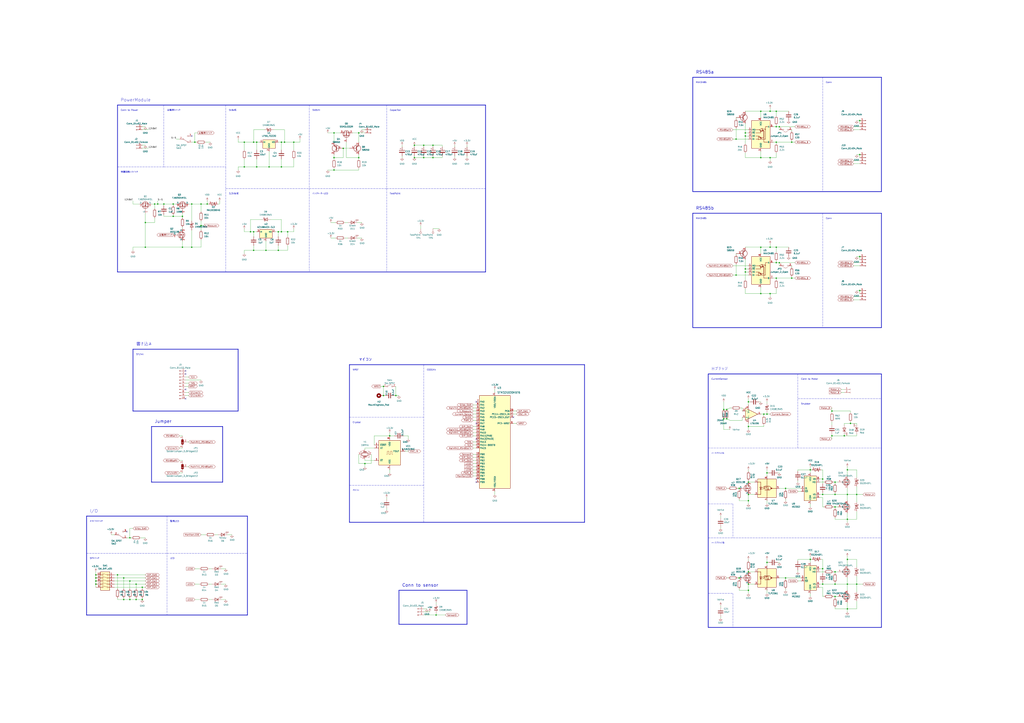
<source format=kicad_sch>
(kicad_sch (version 20211123) (generator eeschema)
  (paper "A1")
  (junction (at 614.68 396.24))
  (junction (at 208.28 116.84))
  (junction (at 96.52 472.44))
  (junction (at 685.8 416.56))
  (junction (at 231.14 190.5))
  (junction (at 347.98 129.54))
  (junction (at 127 167.64))
  (junction (at 637.54 91.44))
  (junction (at 695.96 406.4))
  (junction (at 106.68 441.96))
  (junction (at 78.74 480.06))
  (junction (at 218.44 205.74))
  (junction (at 624.84 91.44))
  (junction (at 208.28 190.5))
  (junction (at 703.58 406.4))
  (junction (at 142.24 167.64))
  (junction (at 281.94 121.92))
  (junction (at 612.14 223.52))
  (junction (at 294.64 109.22))
  (junction (at 614.68 330.2))
  (junction (at 200.66 116.84))
  (junction (at 228.6 205.74))
  (junction (at 116.84 482.6))
  (junction (at 632.46 129.54))
  (junction (at 596.9 344.17))
  (junction (at 325.12 325.12))
  (junction (at 665.48 386.08))
  (junction (at 294.64 129.54))
  (junction (at 220.98 137.16))
  (junction (at 210.82 116.84))
  (junction (at 604.52 226.06))
  (junction (at 629.92 462.28))
  (junction (at 594.36 344.17))
  (junction (at 614.68 406.4))
  (junction (at 650.24 116.84))
  (junction (at 274.32 129.54))
  (junction (at 78.74 472.44))
  (junction (at 695.96 459.74))
  (junction (at 675.64 467.36))
  (junction (at 637.54 228.6))
  (junction (at 614.68 485.14))
  (junction (at 612.14 220.98))
  (junction (at 274.32 109.22))
  (junction (at 205.74 190.5))
  (junction (at 632.46 203.2))
  (junction (at 129.54 167.64))
  (junction (at 208.28 205.74))
  (junction (at 614.68 411.48))
  (junction (at 607.06 474.98))
  (junction (at 665.48 459.74))
  (junction (at 170.18 167.64))
  (junction (at 111.76 480.06))
  (junction (at 165.1 185.42))
  (junction (at 650.24 228.6))
  (junction (at 683.26 337.82))
  (junction (at 632.46 241.3))
  (junction (at 134.62 167.64))
  (junction (at 629.92 340.36))
  (junction (at 160.02 116.84))
  (junction (at 683.26 358.14))
  (junction (at 706.12 127))
  (junction (at 685.8 490.22))
  (junction (at 624.84 129.54))
  (junction (at 612.14 109.22))
  (junction (at 106.68 492.76))
  (junction (at 299.72 381))
  (junction (at 149.86 177.8))
  (junction (at 703.58 480.06))
  (junction (at 627.38 340.36))
  (junction (at 157.48 203.2))
  (junction (at 685.8 469.9))
  (junction (at 693.42 358.14))
  (junction (at 706.12 210.82))
  (junction (at 200.66 137.16))
  (junction (at 637.54 215.9))
  (junction (at 231.14 116.84))
  (junction (at 78.74 474.98))
  (junction (at 607.06 401.32))
  (junction (at 165.1 167.64))
  (junction (at 645.16 474.98))
  (junction (at 231.14 137.16))
  (junction (at 614.68 480.06))
  (junction (at 119.38 182.88))
  (junction (at 236.22 190.5))
  (junction (at 695.96 480.06))
  (junction (at 675.64 393.7))
  (junction (at 614.68 350.52))
  (junction (at 706.12 99.06))
  (junction (at 320.04 358.14))
  (junction (at 695.96 500.38))
  (junction (at 347.98 119.38))
  (junction (at 78.74 477.52))
  (junction (at 685.8 406.4))
  (junction (at 695.96 426.72))
  (junction (at 596.9 336.55))
  (junction (at 695.96 386.08))
  (junction (at 685.8 396.24))
  (junction (at 157.48 167.64))
  (junction (at 101.6 474.98))
  (junction (at 594.36 336.55))
  (junction (at 358.14 505.46))
  (junction (at 340.36 119.38))
  (junction (at 685.8 480.06))
  (junction (at 241.3 116.84))
  (junction (at 612.14 111.76))
  (junction (at 604.52 114.3))
  (junction (at 101.6 492.76))
  (junction (at 675.64 480.06))
  (junction (at 210.82 137.16))
  (junction (at 629.92 388.62))
  (junction (at 116.84 492.76))
  (junction (at 675.64 406.4))
  (junction (at 698.5 347.98))
  (junction (at 645.16 401.32))
  (junction (at 355.6 129.54))
  (junction (at 706.12 238.76))
  (junction (at 233.68 116.84))
  (junction (at 355.6 119.38))
  (junction (at 149.86 203.2))
  (junction (at 640.08 104.14))
  (junction (at 624.84 203.2))
  (junction (at 314.96 325.12))
  (junction (at 119.38 203.2))
  (junction (at 228.6 190.5))
  (junction (at 614.68 469.9))
  (junction (at 637.54 203.2))
  (junction (at 640.08 215.9))
  (junction (at 111.76 492.76))
  (junction (at 340.36 129.54))
  (junction (at 142.24 177.8))
  (junction (at 624.84 241.3))
  (junction (at 106.68 477.52))
  (junction (at 637.54 116.84))
  (junction (at 632.46 91.44))
  (junction (at 274.32 139.7))
  (junction (at 314.96 317.5))
  (junction (at 637.54 104.14))
  (no_connect (at 391.16 393.7))
  (no_connect (at 157.48 111.76))
  (no_connect (at 104.14 436.88))
  (no_connect (at 391.16 360.68))
  (no_connect (at 152.4 304.8))
  (no_connect (at 391.16 347.98))
  (no_connect (at 152.4 307.34))
  (no_connect (at 152.4 320.04))
  (no_connect (at 391.16 330.2))
  (no_connect (at 152.4 327.66))
  (no_connect (at 391.16 396.24))
  (no_connect (at 421.64 342.9))
  (wire (pts (xy 640.08 215.9) (xy 652.78 215.9)))
  (wire (pts (xy 706.12 210.82) (xy 703.58 210.82)))
  (wire (pts (xy 612.14 220.98) (xy 614.68 220.98)))
  (wire (pts (xy 181.61 467.36) (xy 185.42 467.36)))
  (wire (pts (xy 274.32 129.54) (xy 274.32 130.81)))
  (wire (pts (xy 706.12 127) (xy 703.58 127)))
  (wire (pts (xy 96.52 472.44) (xy 119.38 472.44)))
  (wire (pts (xy 685.8 490.22) (xy 688.34 490.22)))
  (wire (pts (xy 675.64 482.6) (xy 675.64 490.22)))
  (wire (pts (xy 220.98 137.16) (xy 231.14 137.16)))
  (wire (pts (xy 226.06 190.5) (xy 228.6 190.5)))
  (polyline (pts (xy 124.46 350.52) (xy 182.88 350.52)) (stroke (width 0.5) (type solid)))
  (wire (pts (xy 637.54 125.73) (xy 637.54 129.54)))
  (wire (pts (xy 358.14 495.3) (xy 358.14 496.57)))
  (wire (pts (xy 637.54 241.3) (xy 632.46 241.3)))
  (wire (pts (xy 607.06 483.87) (xy 607.06 485.14)))
  (wire (pts (xy 693.42 320.04) (xy 690.88 320.04)))
  (wire (pts (xy 703.58 420.37) (xy 703.58 426.72)))
  (wire (pts (xy 596.9 474.98) (xy 598.17 474.98)))
  (wire (pts (xy 160.02 109.22) (xy 160.02 116.84)))
  (wire (pts (xy 111.76 492.76) (xy 111.76 491.49)))
  (wire (pts (xy 383.54 128.27) (xy 383.54 129.54)))
  (wire (pts (xy 186.69 439.42) (xy 190.5 439.42)))
  (wire (pts (xy 358.14 504.19) (xy 358.14 505.46)))
  (wire (pts (xy 106.68 483.87) (xy 106.68 477.52)))
  (polyline (pts (xy 71.12 505.46) (xy 71.12 424.18)) (stroke (width 0.5) (type solid)))
  (wire (pts (xy 299.72 368.3) (xy 299.72 369.57)))
  (wire (pts (xy 655.32 403.86) (xy 657.86 403.86)))
  (wire (pts (xy 271.78 195.58) (xy 275.59 195.58)))
  (wire (pts (xy 388.62 363.22) (xy 391.16 363.22)))
  (wire (pts (xy 703.58 480.06) (xy 708.66 480.06)))
  (polyline (pts (xy 675.64 63.5) (xy 675.64 157.48)))
  (polyline (pts (xy 195.58 287.02) (xy 109.22 287.02)) (stroke (width 0.5) (type solid)))
  (wire (pts (xy 421.64 347.98) (xy 424.18 347.98)))
  (wire (pts (xy 703.58 473.71) (xy 703.58 480.06)))
  (wire (pts (xy 109.22 203.2) (xy 109.22 205.74)))
  (wire (pts (xy 294.64 129.54) (xy 294.64 130.81)))
  (wire (pts (xy 127 167.64) (xy 127 171.45)))
  (wire (pts (xy 614.68 459.74) (xy 614.68 461.01)))
  (wire (pts (xy 637.54 228.6) (xy 650.24 228.6)))
  (wire (pts (xy 601.98 226.06) (xy 604.52 226.06)))
  (wire (pts (xy 388.62 388.62) (xy 391.16 388.62)))
  (polyline (pts (xy 287.02 299.72) (xy 480.06 299.72)) (stroke (width 0.5) (type solid)))
  (wire (pts (xy 645.16 483.87) (xy 645.16 485.14)))
  (wire (pts (xy 228.6 201.93) (xy 228.6 205.74)))
  (wire (pts (xy 637.54 102.87) (xy 637.54 104.14)))
  (wire (pts (xy 228.6 205.74) (xy 236.22 205.74)))
  (wire (pts (xy 116.84 104.14) (xy 119.38 104.14)))
  (wire (pts (xy 624.84 236.22) (xy 624.84 241.3)))
  (wire (pts (xy 142.24 177.8) (xy 149.86 177.8)))
  (wire (pts (xy 231.14 116.84) (xy 233.68 116.84)))
  (wire (pts (xy 614.68 327.66) (xy 614.68 330.2)))
  (wire (pts (xy 388.62 381) (xy 391.16 381)))
  (wire (pts (xy 601.98 106.68) (xy 614.68 106.68)))
  (wire (pts (xy 314.96 325.12) (xy 316.23 325.12)))
  (wire (pts (xy 149.86 177.8) (xy 149.86 179.07)))
  (wire (pts (xy 640.08 104.14) (xy 640.08 106.68)))
  (wire (pts (xy 274.32 127) (xy 274.32 129.54)))
  (wire (pts (xy 269.24 139.7) (xy 274.32 139.7)))
  (wire (pts (xy 181.61 480.06) (xy 185.42 480.06)))
  (wire (pts (xy 200.66 116.84) (xy 208.28 116.84)))
  (wire (pts (xy 162.56 109.22) (xy 160.02 109.22)))
  (wire (pts (xy 685.8 396.24) (xy 688.34 396.24)))
  (wire (pts (xy 650.24 116.84) (xy 652.78 116.84)))
  (wire (pts (xy 157.48 203.2) (xy 165.1 203.2)))
  (wire (pts (xy 147.32 358.14) (xy 149.86 358.14)))
  (wire (pts (xy 388.62 340.36) (xy 391.16 340.36)))
  (polyline (pts (xy 317.5 86.36) (xy 317.5 154.94)))
  (wire (pts (xy 195.58 114.3) (xy 195.58 116.84)))
  (wire (pts (xy 299.72 381) (xy 299.72 383.54)))
  (wire (pts (xy 340.36 119.38) (xy 347.98 119.38)))
  (wire (pts (xy 96.52 492.76) (xy 96.52 491.49)))
  (wire (pts (xy 200.66 187.96) (xy 200.66 190.5)))
  (wire (pts (xy 355.6 119.38) (xy 355.6 120.65)))
  (wire (pts (xy 78.74 472.44) (xy 78.74 474.98)))
  (wire (pts (xy 299.72 106.68) (xy 297.18 106.68)))
  (wire (pts (xy 703.58 480.06) (xy 695.96 480.06)))
  (wire (pts (xy 373.38 119.38) (xy 373.38 120.65)))
  (wire (pts (xy 220.98 124.46) (xy 220.98 137.16)))
  (wire (pts (xy 320.04 358.14) (xy 320.04 355.6)))
  (wire (pts (xy 612.14 223.52) (xy 614.68 223.52)))
  (wire (pts (xy 116.84 106.68) (xy 121.92 106.68)))
  (wire (pts (xy 165.1 185.42) (xy 165.1 189.23)))
  (wire (pts (xy 210.82 116.84) (xy 210.82 123.19)))
  (wire (pts (xy 388.62 342.9) (xy 391.16 342.9)))
  (polyline (pts (xy 287.02 429.26) (xy 480.06 429.26)) (stroke (width 0.5) (type solid)))
  (wire (pts (xy 388.62 391.16) (xy 391.16 391.16)))
  (wire (pts (xy 685.8 416.56) (xy 688.34 416.56)))
  (wire (pts (xy 165.1 439.42) (xy 168.91 439.42)))
  (wire (pts (xy 200.66 190.5) (xy 205.74 190.5)))
  (wire (pts (xy 703.58 358.14) (xy 693.42 358.14)))
  (wire (pts (xy 208.28 201.93) (xy 208.28 205.74)))
  (wire (pts (xy 635 116.84) (xy 637.54 116.84)))
  (wire (pts (xy 388.62 378.46) (xy 391.16 378.46)))
  (polyline (pts (xy 581.66 307.34) (xy 723.9 307.34)) (stroke (width 0.5) (type solid)))
  (wire (pts (xy 93.98 477.52) (xy 106.68 477.52)))
  (wire (pts (xy 157.48 167.64) (xy 165.1 167.64)))
  (wire (pts (xy 134.62 167.64) (xy 134.62 168.91)))
  (wire (pts (xy 607.06 485.14) (xy 614.68 485.14)))
  (polyline (pts (xy 327.66 485.14) (xy 327.66 513.08)) (stroke (width 0.5) (type solid)))
  (wire (pts (xy 325.12 325.12) (xy 327.66 325.12)))
  (wire (pts (xy 635 104.14) (xy 637.54 104.14)))
  (wire (pts (xy 675.64 467.36) (xy 673.1 467.36)))
  (wire (pts (xy 231.14 190.5) (xy 236.22 190.5)))
  (polyline (pts (xy 182.88 396.24) (xy 182.88 350.52)) (stroke (width 0.5) (type solid)))
  (wire (pts (xy 233.68 106.68) (xy 233.68 116.84)))
  (wire (pts (xy 627.38 350.52) (xy 614.68 350.52)))
  (polyline (pts (xy 185.42 86.36) (xy 185.42 137.16)))
  (wire (pts (xy 674.37 386.08) (xy 675.64 386.08)))
  (wire (pts (xy 614.68 468.63) (xy 614.68 469.9)))
  (polyline (pts (xy 327.66 485.14) (xy 383.54 485.14)) (stroke (width 0.5) (type solid)))
  (wire (pts (xy 645.16 474.98) (xy 645.16 476.25)))
  (wire (pts (xy 345.44 185.42) (xy 345.44 187.96)))
  (wire (pts (xy 109.22 434.34) (xy 106.68 434.34)))
  (wire (pts (xy 645.16 401.32) (xy 645.16 402.59)))
  (polyline (pts (xy 71.12 424.18) (xy 203.2 424.18)) (stroke (width 0.5) (type solid)))
  (wire (pts (xy 200.66 137.16) (xy 210.82 137.16)))
  (wire (pts (xy 624.84 91.44) (xy 632.46 91.44)))
  (wire (pts (xy 340.36 128.27) (xy 340.36 129.54)))
  (wire (pts (xy 703.58 406.4) (xy 695.96 406.4)))
  (wire (pts (xy 93.98 474.98) (xy 101.6 474.98)))
  (wire (pts (xy 624.84 340.36) (xy 627.38 340.36)))
  (wire (pts (xy 591.82 506.73) (xy 591.82 508)))
  (wire (pts (xy 208.28 205.74) (xy 218.44 205.74)))
  (wire (pts (xy 149.86 203.2) (xy 157.48 203.2)))
  (wire (pts (xy 703.58 356.87) (xy 703.58 358.14)))
  (wire (pts (xy 210.82 130.81) (xy 210.82 137.16)))
  (polyline (pts (xy 317.5 154.94) (xy 317.5 223.52)))
  (wire (pts (xy 650.24 218.44) (xy 650.24 219.71)))
  (polyline (pts (xy 347.98 388.62) (xy 347.98 429.26)))
  (wire (pts (xy 78.74 474.98) (xy 78.74 477.52)))
  (wire (pts (xy 78.74 477.52) (xy 78.74 480.06)))
  (wire (pts (xy 627.38 340.36) (xy 627.38 341.63)))
  (wire (pts (xy 152.4 317.5) (xy 154.94 317.5)))
  (polyline (pts (xy 581.66 414.02) (xy 601.98 414.02)))
  (wire (pts (xy 109.22 167.64) (xy 114.3 167.64)))
  (wire (pts (xy 304.8 381) (xy 299.72 381)))
  (wire (pts (xy 218.44 198.12) (xy 218.44 205.74)))
  (wire (pts (xy 599.44 335.28) (xy 596.9 336.55)))
  (wire (pts (xy 170.18 165.1) (xy 170.18 167.64)))
  (wire (pts (xy 604.52 226.06) (xy 614.68 226.06)))
  (wire (pts (xy 612.14 109.22) (xy 612.14 111.76)))
  (wire (pts (xy 109.22 165.1) (xy 109.22 167.64)))
  (wire (pts (xy 200.66 205.74) (xy 200.66 208.28)))
  (wire (pts (xy 149.86 186.69) (xy 149.86 187.96)))
  (wire (pts (xy 629.92 485.14) (xy 629.92 487.68)))
  (wire (pts (xy 706.12 238.76) (xy 703.58 238.76)))
  (wire (pts (xy 208.28 106.68) (xy 208.28 116.84)))
  (wire (pts (xy 119.38 182.88) (xy 119.38 203.2)))
  (wire (pts (xy 116.84 119.38) (xy 119.38 119.38)))
  (wire (pts (xy 631.19 462.28) (xy 629.92 462.28)))
  (wire (pts (xy 706.12 243.84) (xy 701.04 243.84)))
  (polyline (pts (xy 568.96 175.26) (xy 568.96 269.24)) (stroke (width 0.5) (type solid)))
  (wire (pts (xy 180.34 167.64) (xy 179.07 167.64)))
  (wire (pts (xy 388.62 368.3) (xy 391.16 368.3)))
  (wire (pts (xy 101.6 474.98) (xy 119.38 474.98)))
  (wire (pts (xy 355.6 119.38) (xy 363.22 119.38)))
  (polyline (pts (xy 568.96 157.48) (xy 723.9 157.48)) (stroke (width 0.5) (type solid)))
  (wire (pts (xy 665.48 386.08) (xy 665.48 388.62)))
  (wire (pts (xy 241.3 187.96) (xy 241.3 190.5)))
  (wire (pts (xy 624.84 203.2) (xy 624.84 208.28)))
  (wire (pts (xy 612.14 101.6) (xy 612.14 109.22)))
  (polyline (pts (xy 254 86.36) (xy 254 154.94)))
  (wire (pts (xy 629.92 340.36) (xy 629.92 339.09)))
  (polyline (pts (xy 675.64 175.26) (xy 675.64 269.24)))
  (wire (pts (xy 675.64 459.74) (xy 675.64 467.36)))
  (wire (pts (xy 325.12 317.5) (xy 325.12 325.12)))
  (wire (pts (xy 655.32 468.63) (xy 655.32 469.9)))
  (wire (pts (xy 330.2 119.38) (xy 330.2 120.65)))
  (wire (pts (xy 629.92 330.2) (xy 629.92 331.47)))
  (wire (pts (xy 703.58 466.09) (xy 703.58 459.74)))
  (wire (pts (xy 706.12 238.76) (xy 706.12 241.3)))
  (wire (pts (xy 160.02 116.84) (xy 161.29 116.84)))
  (wire (pts (xy 609.6 335.28) (xy 609.6 337.82)))
  (wire (pts (xy 675.64 416.56) (xy 676.91 416.56)))
  (wire (pts (xy 674.37 459.74) (xy 675.64 459.74)))
  (wire (pts (xy 612.14 237.49) (xy 612.14 241.3)))
  (wire (pts (xy 340.36 129.54) (xy 347.98 129.54)))
  (wire (pts (xy 685.8 396.24) (xy 685.8 397.51)))
  (wire (pts (xy 703.58 400.05) (xy 703.58 406.4)))
  (polyline (pts (xy 96.52 223.52) (xy 96.52 86.36)) (stroke (width 0.5) (type solid)))
  (wire (pts (xy 160.02 492.76) (xy 163.83 492.76)))
  (wire (pts (xy 152.4 309.88) (xy 154.94 309.88)))
  (wire (pts (xy 693.42 356.87) (xy 693.42 358.14)))
  (wire (pts (xy 347.98 129.54) (xy 355.6 129.54)))
  (wire (pts (xy 635 215.9) (xy 637.54 215.9)))
  (wire (pts (xy 612.14 203.2) (xy 624.84 203.2)))
  (wire (pts (xy 591.82 433.07) (xy 591.82 434.34)))
  (wire (pts (xy 106.68 441.96) (xy 107.95 441.96)))
  (wire (pts (xy 231.14 137.16) (xy 241.3 137.16)))
  (wire (pts (xy 665.48 414.02) (xy 665.48 416.56)))
  (wire (pts (xy 632.46 241.3) (xy 632.46 243.84)))
  (wire (pts (xy 698.5 347.98) (xy 703.58 347.98)))
  (wire (pts (xy 685.8 478.79) (xy 685.8 480.06)))
  (wire (pts (xy 637.54 129.54) (xy 632.46 129.54)))
  (wire (pts (xy 607.06 474.98) (xy 607.06 476.25)))
  (wire (pts (xy 152.4 325.12) (xy 154.94 325.12)))
  (wire (pts (xy 706.12 104.14) (xy 701.04 104.14)))
  (wire (pts (xy 665.48 383.54) (xy 665.48 386.08)))
  (wire (pts (xy 93.98 472.44) (xy 96.52 472.44)))
  (wire (pts (xy 612.14 91.44) (xy 624.84 91.44)))
  (wire (pts (xy 294.64 381) (xy 294.64 373.38)))
  (wire (pts (xy 205.74 180.34) (xy 205.74 190.5)))
  (wire (pts (xy 388.62 345.44) (xy 391.16 345.44)))
  (wire (pts (xy 93.98 480.06) (xy 111.76 480.06)))
  (wire (pts (xy 355.6 187.96) (xy 360.68 187.96)))
  (wire (pts (xy 294.64 127) (xy 294.64 129.54)))
  (wire (pts (xy 645.16 474.98) (xy 657.86 474.98)))
  (wire (pts (xy 332.74 370.84) (xy 335.28 370.84)))
  (wire (pts (xy 640.08 215.9) (xy 640.08 218.44)))
  (wire (pts (xy 200.66 116.84) (xy 200.66 123.19)))
  (wire (pts (xy 274.32 109.22) (xy 274.32 116.84)))
  (wire (pts (xy 612.14 111.76) (xy 614.68 111.76)))
  (wire (pts (xy 629.92 388.62) (xy 629.92 391.16)))
  (wire (pts (xy 638.81 388.62) (xy 640.08 388.62)))
  (wire (pts (xy 208.28 190.5) (xy 208.28 194.31)))
  (wire (pts (xy 170.18 167.64) (xy 171.45 167.64)))
  (wire (pts (xy 601.98 114.3) (xy 604.52 114.3)))
  (wire (pts (xy 635 228.6) (xy 637.54 228.6)))
  (wire (pts (xy 604.52 105.41) (xy 604.52 114.3)))
  (wire (pts (xy 650.24 228.6) (xy 652.78 228.6)))
  (wire (pts (xy 706.12 132.08) (xy 701.04 132.08)))
  (wire (pts (xy 335.28 358.14) (xy 331.47 358.14)))
  (wire (pts (xy 388.62 337.82) (xy 391.16 337.82)))
  (wire (pts (xy 693.42 347.98) (xy 698.5 347.98)))
  (wire (pts (xy 96.52 492.76) (xy 101.6 492.76)))
  (wire (pts (xy 685.8 425.45) (xy 685.8 426.72)))
  (wire (pts (xy 320.04 358.14) (xy 307.34 358.14)))
  (wire (pts (xy 299.72 377.19) (xy 299.72 378.46)))
  (wire (pts (xy 675.64 478.79) (xy 675.64 480.06)))
  (wire (pts (xy 195.58 116.84) (xy 200.66 116.84)))
  (wire (pts (xy 127 167.64) (xy 129.54 167.64)))
  (wire (pts (xy 629.92 388.62) (xy 629.92 386.08)))
  (wire (pts (xy 78.74 480.06) (xy 78.74 482.6)))
  (wire (pts (xy 665.48 487.68) (xy 665.48 490.22)))
  (wire (pts (xy 640.08 401.32) (xy 645.16 401.32)))
  (wire (pts (xy 134.62 177.8) (xy 142.24 177.8)))
  (wire (pts (xy 706.12 127) (xy 706.12 129.54)))
  (wire (pts (xy 388.62 365.76) (xy 391.16 365.76)))
  (wire (pts (xy 706.12 246.38) (xy 701.04 246.38)))
  (polyline (pts (xy 287.02 342.9) (xy 347.98 342.9)))
  (wire (pts (xy 624.84 91.44) (xy 624.84 96.52)))
  (wire (pts (xy 388.62 332.74) (xy 391.16 332.74)))
  (polyline (pts (xy 287.02 299.72) (xy 287.02 429.26)) (stroke (width 0.5) (type solid)))
  (polyline (pts (xy 723.9 515.62) (xy 723.9 307.34)) (stroke (width 0.5) (type solid)))
  (wire (pts (xy 607.06 410.21) (xy 607.06 411.48)))
  (wire (pts (xy 149.86 198.12) (xy 149.86 203.2)))
  (wire (pts (xy 604.52 114.3) (xy 614.68 114.3)))
  (wire (pts (xy 614.68 350.52) (xy 614.68 347.98)))
  (wire (pts (xy 152.4 322.58) (xy 154.94 322.58)))
  (wire (pts (xy 330.2 128.27) (xy 330.2 129.54)))
  (wire (pts (xy 594.36 344.17) (xy 594.36 353.06)))
  (wire (pts (xy 605.79 401.32) (xy 607.06 401.32)))
  (wire (pts (xy 655.32 461.01) (xy 655.32 459.74)))
  (wire (pts (xy 168.91 116.84) (xy 172.72 116.84)))
  (wire (pts (xy 624.84 203.2) (xy 632.46 203.2)))
  (wire (pts (xy 165.1 181.61) (xy 165.1 185.42)))
  (wire (pts (xy 655.32 387.35) (xy 655.32 386.08)))
  (wire (pts (xy 683.26 337.82) (xy 698.5 337.82)))
  (wire (pts (xy 599.44 335.28) (xy 600.71 335.28)))
  (wire (pts (xy 632.46 91.44) (xy 632.46 88.9)))
  (wire (pts (xy 347.98 119.38) (xy 355.6 119.38)))
  (polyline (pts (xy 109.22 337.82) (xy 195.58 337.82)) (stroke (width 0.5) (type solid)))
  (wire (pts (xy 612.14 241.3) (xy 624.84 241.3)))
  (wire (pts (xy 695.96 406.4) (xy 695.96 411.48)))
  (polyline (pts (xy 398.78 223.52) (xy 96.52 223.52)) (stroke (width 0.5) (type solid)))
  (polyline (pts (xy 347.98 335.28) (xy 347.98 388.62)))
  (wire (pts (xy 604.52 208.28) (xy 604.52 209.55)))
  (wire (pts (xy 609.6 345.44) (xy 609.6 342.9)))
  (wire (pts (xy 675.64 408.94) (xy 675.64 416.56)))
  (wire (pts (xy 599.44 345.44) (xy 609.6 345.44)))
  (wire (pts (xy 604.52 96.52) (xy 604.52 97.79)))
  (wire (pts (xy 607.06 411.48) (xy 614.68 411.48)))
  (wire (pts (xy 629.92 340.36) (xy 632.46 340.36)))
  (wire (pts (xy 703.58 392.43) (xy 703.58 386.08)))
  (wire (pts (xy 323.85 358.14) (xy 320.04 358.14)))
  (wire (pts (xy 294.64 116.84) (xy 294.64 109.22)))
  (polyline (pts (xy 581.66 368.3) (xy 723.9 368.3)))
  (wire (pts (xy 695.96 383.54) (xy 695.96 386.08)))
  (polyline (pts (xy 203.2 505.46) (xy 203.2 424.18)) (stroke (width 0.5) (type solid)))
  (wire (pts (xy 632.46 203.2) (xy 632.46 200.66)))
  (polyline (pts (xy 568.96 63.5) (xy 568.96 157.48)) (stroke (width 0.5) (type solid)))
  (polyline (pts (xy 317.5 154.94) (xy 398.78 154.94)))
  (wire (pts (xy 307.34 358.14) (xy 307.34 365.76)))
  (wire (pts (xy 149.86 175.26) (xy 149.86 177.8)))
  (wire (pts (xy 269.24 109.22) (xy 274.32 109.22)))
  (wire (pts (xy 632.46 129.54) (xy 624.84 129.54)))
  (wire (pts (xy 627.38 340.36) (xy 629.92 340.36)))
  (wire (pts (xy 706.12 215.9) (xy 701.04 215.9)))
  (wire (pts (xy 703.58 347.98) (xy 703.58 349.25)))
  (wire (pts (xy 612.14 213.36) (xy 612.14 220.98)))
  (wire (pts (xy 129.54 167.64) (xy 134.62 167.64)))
  (wire (pts (xy 685.8 405.13) (xy 685.8 406.4)))
  (wire (pts (xy 283.21 182.88) (xy 285.75 182.88)))
  (wire (pts (xy 604.52 217.17) (xy 604.52 226.06)))
  (wire (pts (xy 154.94 167.64) (xy 157.48 167.64)))
  (wire (pts (xy 655.32 386.08) (xy 665.48 386.08)))
  (wire (pts (xy 665.48 459.74) (xy 665.48 462.28)))
  (wire (pts (xy 165.1 167.64) (xy 165.1 173.99)))
  (polyline (pts (xy 137.16 454.66) (xy 203.2 454.66)))
  (polyline (pts (xy 124.46 396.24) (xy 182.88 396.24)) (stroke (width 0.5) (type solid)))
  (wire (pts (xy 165.1 185.42) (xy 167.64 185.42)))
  (wire (pts (xy 614.68 480.06) (xy 619.76 480.06)))
  (wire (pts (xy 614.68 480.06) (xy 614.68 485.14)))
  (wire (pts (xy 388.62 350.52) (xy 391.16 350.52)))
  (wire (pts (xy 637.54 116.84) (xy 637.54 118.11)))
  (wire (pts (xy 210.82 116.84) (xy 213.36 116.84)))
  (wire (pts (xy 637.54 91.44) (xy 647.7 91.44)))
  (wire (pts (xy 283.21 195.58) (xy 285.75 195.58)))
  (wire (pts (xy 119.38 203.2) (xy 149.86 203.2)))
  (wire (pts (xy 637.54 116.84) (xy 650.24 116.84)))
  (polyline (pts (xy 109.22 287.02) (xy 109.22 337.82)) (stroke (width 0.5) (type solid)))
  (wire (pts (xy 695.96 401.32) (xy 695.96 406.4)))
  (wire (pts (xy 627.38 349.25) (xy 627.38 350.52)))
  (polyline (pts (xy 287.02 398.78) (xy 347.98 398.78)))
  (wire (pts (xy 142.24 167.64) (xy 142.24 168.91)))
  (wire (pts (xy 388.62 353.06) (xy 391.16 353.06)))
  (wire (pts (xy 695.96 480.06) (xy 685.8 480.06)))
  (wire (pts (xy 231.14 180.34) (xy 231.14 190.5)))
  (wire (pts (xy 78.74 469.9) (xy 78.74 472.44)))
  (polyline (pts (xy 185.42 137.16) (xy 185.42 223.52)))
  (wire (pts (xy 320.04 386.08) (xy 320.04 388.62)))
  (wire (pts (xy 703.58 480.06) (xy 703.58 486.41)))
  (wire (pts (xy 684.53 490.22) (xy 685.8 490.22)))
  (wire (pts (xy 632.46 91.44) (xy 637.54 91.44)))
  (wire (pts (xy 299.72 381) (xy 294.64 381)))
  (wire (pts (xy 685.8 499.11) (xy 685.8 500.38)))
  (wire (pts (xy 171.45 480.06) (xy 173.99 480.06)))
  (wire (pts (xy 421.64 340.36) (xy 424.18 340.36)))
  (wire (pts (xy 231.14 130.81) (xy 231.14 137.16)))
  (wire (pts (xy 279.4 109.22) (xy 274.32 109.22)))
  (wire (pts (xy 673.1 482.6) (xy 675.64 482.6)))
  (wire (pts (xy 685.8 426.72) (xy 695.96 426.72)))
  (wire (pts (xy 706.12 106.68) (xy 701.04 106.68)))
  (polyline (pts (xy 581.66 487.68) (xy 601.98 487.68)))
  (polyline (pts (xy 124.46 350.52) (xy 124.46 396.24)) (stroke (width 0.5) (type solid)))
  (wire (pts (xy 134.62 167.64) (xy 142.24 167.64)))
  (polyline (pts (xy 327.66 513.08) (xy 383.54 513.08)) (stroke (width 0.5) (type solid)))
  (wire (pts (xy 358.14 505.46) (xy 347.98 505.46)))
  (wire (pts (xy 294.64 138.43) (xy 294.64 139.7)))
  (wire (pts (xy 685.8 416.56) (xy 685.8 417.83)))
  (wire (pts (xy 106.68 492.76) (xy 101.6 492.76)))
  (wire (pts (xy 650.24 115.57) (xy 650.24 116.84)))
  (wire (pts (xy 629.92 462.28) (xy 629.92 464.82)))
  (wire (pts (xy 293.37 195.58) (xy 297.18 195.58)))
  (wire (pts (xy 96.52 472.44) (xy 96.52 483.87)))
  (wire (pts (xy 637.54 104.14) (xy 640.08 104.14)))
  (wire (pts (xy 675.64 386.08) (xy 675.64 393.7)))
  (polyline (pts (xy 480.06 429.26) (xy 480.06 299.72)) (stroke (width 0.5) (type solid)))
  (wire (pts (xy 307.34 368.3) (xy 299.72 368.3)))
  (wire (pts (xy 208.28 106.68) (xy 217.17 106.68)))
  (wire (pts (xy 614.68 469.9) (xy 619.76 469.9)))
  (wire (pts (xy 91.44 439.42) (xy 93.98 439.42)))
  (wire (pts (xy 93.98 482.6) (xy 116.84 482.6)))
  (wire (pts (xy 317.5 408.94) (xy 317.5 410.21)))
  (wire (pts (xy 116.84 482.6) (xy 119.38 482.6)))
  (wire (pts (xy 695.96 457.2) (xy 695.96 459.74)))
  (wire (pts (xy 612.14 220.98) (xy 612.14 223.52)))
  (wire (pts (xy 353.06 502.92) (xy 347.98 502.92)))
  (wire (pts (xy 157.48 189.23) (xy 157.48 203.2)))
  (wire (pts (xy 706.12 210.82) (xy 706.12 213.36)))
  (wire (pts (xy 684.53 416.56) (xy 685.8 416.56)))
  (wire (pts (xy 605.79 474.98) (xy 607.06 474.98)))
  (wire (pts (xy 152.4 312.42) (xy 165.1 312.42)))
  (wire (pts (xy 675.64 393.7) (xy 673.1 393.7)))
  (wire (pts (xy 274.32 138.43) (xy 274.32 139.7)))
  (wire (pts (xy 195.58 137.16) (xy 195.58 139.7)))
  (wire (pts (xy 388.62 373.38) (xy 391.16 373.38)))
  (wire (pts (xy 157.48 116.84) (xy 160.02 116.84)))
  (wire (pts (xy 281.94 121.92) (xy 287.02 121.92)))
  (wire (pts (xy 612.14 109.22) (xy 614.68 109.22)))
  (wire (pts (xy 294.64 109.22) (xy 299.72 109.22)))
  (wire (pts (xy 614.68 350.52) (xy 614.68 353.06)))
  (wire (pts (xy 101.6 474.98) (xy 101.6 483.87)))
  (wire (pts (xy 299.72 378.46) (xy 307.34 378.46)))
  (wire (pts (xy 594.36 330.2) (xy 594.36 336.55)))
  (wire (pts (xy 591.82 497.84) (xy 591.82 499.11)))
  (wire (pts (xy 208.28 116.84) (xy 210.82 116.84)))
  (wire (pts (xy 340.36 119.38) (xy 340.36 120.65)))
  (wire (pts (xy 101.6 492.76) (xy 101.6 491.49)))
  (wire (pts (xy 142.24 176.53) (xy 142.24 177.8)))
  (polyline (pts (xy 134.62 86.36) (xy 134.62 137.16)))
  (wire (pts (xy 683.26 346.71) (xy 683.26 349.25)))
  (wire (pts (xy 406.4 403.86) (xy 406.4 406.4)))
  (wire (pts (xy 236.22 201.93) (xy 236.22 205.74)))
  (wire (pts (xy 683.26 337.82) (xy 683.26 339.09)))
  (polyline (pts (xy 254 154.94) (xy 317.5 154.94)))
  (wire (pts (xy 612.14 223.52) (xy 612.14 229.87)))
  (wire (pts (xy 363.22 129.54) (xy 363.22 128.27)))
  (wire (pts (xy 115.57 441.96) (xy 119.38 441.96)))
  (polyline (pts (xy 601.98 487.68) (xy 601.98 515.62)))
  (wire (pts (xy 693.42 349.25) (xy 693.42 347.98)))
  (wire (pts (xy 165.1 196.85) (xy 165.1 203.2)))
  (wire (pts (xy 591.82 424.18) (xy 591.82 425.45)))
  (wire (pts (xy 228.6 190.5) (xy 228.6 194.31)))
  (wire (pts (xy 685.8 500.38) (xy 695.96 500.38)))
  (wire (pts (xy 116.84 483.87) (xy 116.84 482.6)))
  (wire (pts (xy 675.64 490.22) (xy 676.91 490.22)))
  (wire (pts (xy 304.8 373.38) (xy 304.8 381)))
  (wire (pts (xy 388.62 358.14) (xy 391.16 358.14)))
  (wire (pts (xy 612.14 129.54) (xy 624.84 129.54)))
  (wire (pts (xy 703.58 500.38) (xy 695.96 500.38)))
  (wire (pts (xy 231.14 116.84) (xy 231.14 123.19)))
  (wire (pts (xy 614.68 386.08) (xy 614.68 387.35)))
  (wire (pts (xy 119.38 175.26) (xy 119.38 182.88)))
  (wire (pts (xy 637.54 215.9) (xy 640.08 215.9)))
  (wire (pts (xy 171.45 492.76) (xy 173.99 492.76)))
  (wire (pts (xy 703.58 494.03) (xy 703.58 500.38)))
  (wire (pts (xy 205.74 180.34) (xy 214.63 180.34)))
  (wire (pts (xy 693.42 358.14) (xy 683.26 358.14)))
  (wire (pts (xy 614.68 487.68) (xy 614.68 485.14)))
  (wire (pts (xy 706.12 218.44) (xy 701.04 218.44)))
  (wire (pts (xy 241.3 130.81) (xy 241.3 137.16)))
  (wire (pts (xy 129.54 165.1) (xy 129.54 167.64)))
  (wire (pts (xy 388.62 386.08) (xy 391.16 386.08)))
  (wire (pts (xy 134.62 176.53) (xy 134.62 177.8)))
  (wire (pts (xy 703.58 426.72) (xy 695.96 426.72)))
  (polyline (pts (xy 195.58 337.82) (xy 195.58 287.02)) (stroke (width 0.5) (type solid)))
  (wire (pts (xy 629.92 411.48) (xy 629.92 414.02)))
  (wire (pts (xy 673.1 408.94) (xy 675.64 408.94)))
  (wire (pts (xy 703.58 459.74) (xy 695.96 459.74)))
  (wire (pts (xy 111.76 480.06) (xy 111.76 483.87)))
  (wire (pts (xy 665.48 457.2) (xy 665.48 459.74)))
  (wire (pts (xy 665.48 459.74) (xy 666.75 459.74)))
  (wire (pts (xy 683.26 358.14) (xy 683.26 360.68)))
  (wire (pts (xy 655.32 394.97) (xy 655.32 396.24)))
  (wire (pts (xy 607.06 401.32) (xy 607.06 402.59)))
  (wire (pts (xy 684.53 469.9) (xy 685.8 469.9)))
  (wire (pts (xy 695.96 406.4) (xy 685.8 406.4)))
  (wire (pts (xy 347.98 128.27) (xy 347.98 129.54)))
  (polyline (pts (xy 601.98 414.02) (xy 601.98 441.96)))
  (polyline (pts (xy 71.12 454.66) (xy 137.16 454.66)))
  (wire (pts (xy 293.37 182.88) (xy 297.18 182.88)))
  (wire (pts (xy 106.68 477.52) (xy 119.38 477.52)))
  (wire (pts (xy 637.54 203.2) (xy 647.7 203.2)))
  (wire (pts (xy 645.16 410.21) (xy 645.16 411.48)))
  (wire (pts (xy 637.54 237.49) (xy 637.54 241.3)))
  (wire (pts (xy 350.52 500.38) (xy 347.98 500.38)))
  (wire (pts (xy 383.54 119.38) (xy 383.54 120.65)))
  (wire (pts (xy 165.1 167.64) (xy 170.18 167.64)))
  (wire (pts (xy 695.96 474.98) (xy 695.96 480.06)))
  (wire (pts (xy 160.02 467.36) (xy 163.83 467.36)))
  (wire (pts (xy 218.44 205.74) (xy 228.6 205.74)))
  (wire (pts (xy 638.81 462.28) (xy 640.08 462.28)))
  (wire (pts (xy 180.34 165.1) (xy 180.34 167.64)))
  (wire (pts (xy 246.38 114.3) (xy 246.38 116.84)))
  (wire (pts (xy 637.54 228.6) (xy 637.54 229.87)))
  (wire (pts (xy 650.24 227.33) (xy 650.24 228.6)))
  (wire (pts (xy 614.68 406.4) (xy 614.68 411.48)))
  (wire (pts (xy 147.32 378.46) (xy 149.86 378.46)))
  (wire (pts (xy 673.1 469.9) (xy 676.91 469.9)))
  (wire (pts (xy 685.8 406.4) (xy 675.64 406.4)))
  (wire (pts (xy 693.42 322.58) (xy 690.88 322.58)))
  (wire (pts (xy 314.96 317.5) (xy 314.96 325.12)))
  (wire (pts (xy 612.14 125.73) (xy 612.14 129.54)))
  (wire (pts (xy 116.84 492.76) (xy 111.76 492.76)))
  (wire (pts (xy 614.68 406.4) (xy 619.76 406.4)))
  (wire (pts (xy 153.67 383.54) (xy 154.94 383.54)))
  (wire (pts (xy 210.82 137.16) (xy 220.98 137.16)))
  (wire (pts (xy 685.8 480.06) (xy 675.64 480.06)))
  (wire (pts (xy 388.62 355.6) (xy 391.16 355.6)))
  (wire (pts (xy 695.96 480.06) (xy 695.96 485.14)))
  (polyline (pts (xy 398.78 86.36) (xy 398.78 223.52)) (stroke (width 0.5) (type solid)))
  (wire (pts (xy 675.64 480.06) (xy 673.1 480.06)))
  (wire (pts (xy 632.46 203.2) (xy 637.54 203.2)))
  (polyline (pts (xy 185.42 154.94) (xy 254 154.94)))
  (wire (pts (xy 608.33 335.28) (xy 609.6 335.28)))
  (wire (pts (xy 703.58 406.4) (xy 708.66 406.4)))
  (wire (pts (xy 695.96 426.72) (xy 695.96 429.26)))
  (wire (pts (xy 685.8 490.22) (xy 685.8 491.49)))
  (wire (pts (xy 205.74 190.5) (xy 208.28 190.5)))
  (wire (pts (xy 284.48 116.84) (xy 284.48 129.54)))
  (wire (pts (xy 614.68 394.97) (xy 614.68 396.24)))
  (wire (pts (xy 703.58 406.4) (xy 703.58 412.75)))
  (wire (pts (xy 684.53 396.24) (xy 685.8 396.24)))
  (polyline (pts (xy 96.52 137.16) (xy 134.62 137.16)))
  (wire (pts (xy 153.67 363.22) (xy 154.94 363.22)))
  (wire (pts (xy 200.66 130.81) (xy 200.66 137.16)))
  (polyline (pts (xy 655.32 307.34) (xy 655.32 368.3)))
  (wire (pts (xy 703.58 386.08) (xy 695.96 386.08)))
  (wire (pts (xy 104.14 441.96) (xy 106.68 441.96)))
  (wire (pts (xy 365.76 505.46) (xy 358.14 505.46)))
  (wire (pts (xy 127 182.88) (xy 119.38 182.88)))
  (wire (pts (xy 233.68 116.84) (xy 241.3 116.84)))
  (wire (pts (xy 160.02 480.06) (xy 163.83 480.06)))
  (wire (pts (xy 695.96 459.74) (xy 695.96 464.82)))
  (wire (pts (xy 601.98 218.44) (xy 614.68 218.44)))
  (wire (pts (xy 317.5 417.83) (xy 317.5 419.1)))
  (polyline (pts (xy 347.98 299.72) (xy 347.98 335.28)))
  (wire (pts (xy 355.6 128.27) (xy 355.6 129.54)))
  (wire (pts (xy 683.26 356.87) (xy 683.26 358.14)))
  (polyline (pts (xy 254 154.94) (xy 254 223.52)))
  (wire (pts (xy 623.57 330.2) (xy 624.84 330.2)))
  (wire (pts (xy 683.26 335.28) (xy 683.26 337.82)))
  (wire (pts (xy 224.79 106.68) (xy 233.68 106.68)))
  (wire (pts (xy 106.68 434.34) (xy 106.68 441.96)))
  (wire (pts (xy 706.12 99.06) (xy 706.12 101.6)))
  (wire (pts (xy 171.45 467.36) (xy 173.99 467.36)))
  (wire (pts (xy 274.32 129.54) (xy 281.94 129.54)))
  (wire (pts (xy 208.28 190.5) (xy 210.82 190.5)))
  (wire (pts (xy 594.36 344.17) (xy 596.9 344.17)))
  (wire (pts (xy 637.54 203.2) (xy 637.54 207.01)))
  (wire (pts (xy 111.76 492.76) (xy 106.68 492.76)))
  (wire (pts (xy 142.24 167.64) (xy 144.78 167.64)))
  (wire (pts (xy 157.48 167.64) (xy 157.48 181.61)))
  (wire (pts (xy 119.38 203.2) (xy 109.22 203.2)))
  (polyline (pts (xy 655.32 327.66) (xy 723.9 327.66)))
  (wire (pts (xy 106.68 492.76) (xy 106.68 491.49)))
  (wire (pts (xy 685.8 469.9) (xy 685.8 471.17)))
  (wire (pts (xy 594.36 336.55) (xy 596.9 336.55)))
  (wire (pts (xy 144.78 114.3) (xy 147.32 114.3)))
  (wire (pts (xy 632.46 241.3) (xy 624.84 241.3)))
  (polyline (pts (xy 71.12 505.46) (xy 203.2 505.46)) (stroke (width 0.5) (type solid)))
  (wire (pts (xy 200.66 205.74) (xy 208.28 205.74)))
  (polyline (pts (xy 568.96 269.24) (xy 723.9 269.24)) (stroke (width 0.5) (type solid)))
  (wire (pts (xy 176.53 439.42) (xy 179.07 439.42)))
  (wire (pts (xy 698.5 346.71) (xy 698.5 347.98)))
  (polyline (pts (xy 134.62 137.16) (xy 185.42 137.16)))
  (wire (pts (xy 695.96 495.3) (xy 695.96 500.38)))
  (wire (pts (xy 388.62 335.28) (xy 391.16 335.28)))
  (wire (pts (xy 640.08 104.14) (xy 652.78 104.14)))
  (polyline (pts (xy 723.9 63.5) (xy 568.96 63.5)) (stroke (width 0.5) (type solid)))
  (wire (pts (xy 685.8 469.9) (xy 688.34 469.9)))
  (polyline (pts (xy 581.66 515.62) (xy 723.9 515.62)) (stroke (width 0.5) (type solid)))
  (wire (pts (xy 629.92 462.28) (xy 629.92 459.74)))
  (wire (pts (xy 675.64 467.36) (xy 675.64 471.17)))
  (wire (pts (xy 228.6 190.5) (xy 231.14 190.5)))
  (wire (pts (xy 645.16 401.32) (xy 657.86 401.32)))
  (polyline (pts (xy 723.9 269.24) (xy 723.9 175.26)) (stroke (width 0.5) (type solid)))
  (wire (pts (xy 335.28 360.68) (xy 335.28 358.14)))
  (wire (pts (xy 615.95 330.2) (xy 614.68 330.2)))
  (polyline (pts (xy 96.52 86.36) (xy 398.78 86.36)) (stroke (width 0.5) (type solid)))
  (wire (pts (xy 241.3 116.84) (xy 246.38 116.84)))
  (wire (pts (xy 111.76 480.06) (xy 119.38 480.06)))
  (wire (pts (xy 675.64 405.13) (xy 675.64 406.4)))
  (wire (pts (xy 222.25 180.34) (xy 231.14 180.34)))
  (wire (pts (xy 624.84 124.46) (xy 624.84 129.54)))
  (wire (pts (xy 640.08 474.98) (xy 645.16 474.98)))
  (wire (pts (xy 271.78 182.88) (xy 275.59 182.88)))
  (polyline (pts (xy 581.66 441.96) (xy 723.9 441.96)))
  (wire (pts (xy 675.64 406.4) (xy 673.1 406.4)))
  (wire (pts (xy 695.96 386.08) (xy 695.96 391.16)))
  (wire (pts (xy 388.62 375.92) (xy 391.16 375.92)))
  (wire (pts (xy 421.64 337.82) (xy 424.18 337.82)))
  (wire (pts (xy 675.64 393.7) (xy 675.64 397.51)))
  (wire (pts (xy 147.32 368.3) (xy 149.86 368.3)))
  (polyline (pts (xy 581.66 307.34) (xy 581.66 515.62)) (stroke (width 0.5) (type solid)))
  (wire (pts (xy 274.32 139.7) (xy 294.64 139.7)))
  (wire (pts (xy 614.68 414.02) (xy 614.68 411.48)))
  (wire (pts (xy 355.6 129.54) (xy 363.22 129.54)))
  (wire (pts (xy 632.46 129.54) (xy 632.46 132.08)))
  (wire (pts (xy 116.84 121.92) (xy 121.92 121.92)))
  (wire (pts (xy 706.12 134.62) (xy 701.04 134.62)))
  (wire (pts (xy 612.14 111.76) (xy 612.14 118.11)))
  (wire (pts (xy 631.19 388.62) (xy 629.92 388.62)))
  (wire (pts (xy 116.84 492.76) (xy 116.84 491.49)))
  (polyline (pts (xy 137.16 424.18) (xy 137.16 505.46)))
  (wire (pts (xy 236.22 190.5) (xy 241.3 190.5)))
  (wire (pts (xy 596.9 344.17) (xy 599.44 345.44)))
  (wire (pts (xy 124.46 167.64) (xy 127 167.64)))
  (wire (pts (xy 347.98 119.38) (xy 347.98 120.65)))
  (wire (pts (xy 706.12 99.06) (xy 703.58 99.06)))
  (wire (pts (xy 241.3 116.84) (xy 241.3 123.19)))
  (wire (pts (xy 152.4 314.96) (xy 154.94 314.96)))
  (wire (pts (xy 289.56 109.22) (xy 294.64 109.22)))
  (wire (pts (xy 637.54 91.44) (xy 637.54 95.25)))
  (wire (pts (xy 637.54 214.63) (xy 637.54 215.9)))
  (wire (pts (xy 236.22 190.5) (xy 236.22 194.31)))
  (polyline (pts (xy 723.9 157.48) (xy 723.9 63.5)) (stroke (width 0.5) (type solid)))
  (wire (pts (xy 312.42 317.5) (xy 314.96 317.5)))
  (wire (pts (xy 650.24 106.68) (xy 650.24 107.95)))
  (wire (pts (xy 325.12 325.12) (xy 323.85 325.12)))
  (wire (pts (xy 363.22 119.38) (xy 363.22 120.65)))
  (wire (pts (xy 594.36 353.06) (xy 599.44 353.06)))
  (wire (pts (xy 698.5 339.09) (xy 698.5 337.82)))
  (wire (pts (xy 695.96 421.64) (xy 695.96 426.72)))
  (wire (pts (xy 195.58 137.16) (xy 200.66 137.16)))
  (polyline (pts (xy 383.54 513.08) (xy 383.54 485.14)) (stroke (width 0.5) (type solid)))
  (wire (pts (xy 181.61 492.76) (xy 185.42 492.76)))
  (wire (pts (xy 388.62 383.54) (xy 391.16 383.54)))
  (wire (pts (xy 373.38 128.27) (xy 373.38 129.54)))
  (wire (pts (xy 695.96 500.38) (xy 695.96 502.92)))
  (wire (pts (xy 147.32 388.62) (xy 149.86 388.62)))
  (polyline (pts (xy 723.9 175.26) (xy 568.96 175.26)) (stroke (width 0.5) (type solid)))
  (wire (pts (xy 596.9 401.32) (xy 598.17 401.32)))
  (wire (pts (xy 655.32 477.52) (xy 657.86 477.52)))
  (wire (pts (xy 228.6 116.84) (xy 231.14 116.84)))
  (wire (pts (xy 406.4 320.04) (xy 406.4 322.58)))
  (wire (pts (xy 127 179.07) (xy 127 182.88)))
  (wire (pts (xy 655.32 459.74) (xy 665.48 459.74)))
  (wire (pts (xy 673.1 396.24) (xy 676.91 396.24)))
  (wire (pts (xy 614.68 330.2) (xy 614.68 332.74)))
  (wire (pts (xy 284.48 129.54) (xy 294.64 129.54)))
  (wire (pts (xy 665.48 386.08) (xy 666.75 386.08)))
  (wire (pts (xy 614.68 396.24) (xy 619.76 396.24)))
  (wire (pts (xy 281.94 129.54) (xy 281.94 121.92)))
  (text "Crystal" (at 289.56 347.98 0) (effects (font (size 1.27 1.27)) (justify left bottom)))
  (text "MAX3485" (at 571.5 180.34 0) (effects (font (size 1.27 1.27)) (justify left bottom)))
  (text "Conn to sensor" (at 330.2 482.6 0) (effects (font (size 2.54 2.54) (thickness 0.254) bold) (justify left bottom)))
  (text "Conn" (at 678.18 68.58 0) (effects (font (size 1.27 1.27)) (justify left bottom)))
  (text "スライドスイッチ" (at 73.66 429.26 0) (effects (font (size 1.27 1.27)) (justify left bottom)))
  (text "5V出力" (at 256.54 91.44 0) (effects (font (size 1.27 1.27)) (justify left bottom)))
  (text "保護回路・スイッチ" (at 99.06 142.24 0) (effects (font (size 1.27 1.27)) (justify left bottom)))
  (text "Hブリッジ" (at 584.2 304.8 0) (effects (font (size 2.54 2.54)) (justify left bottom)))
  (text "Jumper" (at 127 347.98 0) (effects (font (size 2.54 2.54) (thickness 0.254) bold) (justify left bottom)))
  (text "TestPoint" (at 320.04 160.02 0) (effects (font (size 1.27 1.27)) (justify left bottom)))
  (text "Conn to Power" (at 99.06 91.44 0) (effects (font (size 1.27 1.27)) (justify left bottom)))
  (text "Conn" (at 678.18 180.34 0) (effects (font (size 1.27 1.27)) (justify left bottom)))
  (text "STLink" (at 111.76 292.1 0) (effects (font (size 1.27 1.27)) (justify left bottom)))
  (text "監視LED" (at 139.7 429.26 0) (effects (font (size 1.27 1.27)) (justify left bottom)))
  (text "Snubber" (at 657.86 332.74 0) (effects (font (size 1.27 1.27)) (justify left bottom)))
  (text "LED" (at 139.7 459.74 0) (effects (font (size 1.27 1.27)) (justify left bottom)))
  (text "ハーフブリッジB" (at 584.2 447.04 0) (effects (font (size 1.27 1.27)) (justify left bottom)))
  (text "5Pスイッチ" (at 73.66 459.74 0) (effects (font (size 1.27 1.27)) (justify left bottom)))
  (text "I/O" (at 73.66 421.64 0) (effects (font (size 2.54 2.54)) (justify left bottom)))
  (text "マイコン" (at 294.64 297.18 0) (effects (font (size 2.54 2.54) (thickness 0.254) bold) (justify left bottom)))
  (text "RS485a" (at 571.5 60.96 0) (effects (font (size 2.54 2.54) (thickness 0.254) bold) (justify left bottom)))
  (text "Conn to Motor" (at 657.86 312.42 0) (effects (font (size 1.27 1.27)) (justify left bottom)))
  (text "3.3V生成" (at 187.96 160.02 0) (effects (font (size 1.27 1.27)) (justify left bottom)))
  (text "ハーフブリッジA" (at 584.2 373.38 0) (effects (font (size 1.27 1.27)) (justify left bottom)))
  (text "5V生成" (at 187.96 91.44 0) (effects (font (size 1.27 1.27)) (justify left bottom)))
  (text "CurrentSensor" (at 584.2 312.42 0) (effects (font (size 1.27 1.27)) (justify left bottom)))
  (text "C031K4" (at 350.52 304.8 0) (effects (font (size 1.27 1.27)) (justify left bottom)))
  (text "NRST" (at 289.56 304.8 0) (effects (font (size 1.27 1.27)) (justify left bottom)))
  (text "RS485b" (at 571.5 172.72 0) (effects (font (size 2.54 2.54) (thickness 0.254) bold) (justify left bottom)))
  (text "インジケーターLED" (at 256.54 160.02 0) (effects (font (size 1.27 1.27)) (justify left bottom)))
  (text "書き込み" (at 111.76 284.48 0) (effects (font (size 2.54 2.54)) (justify left bottom)))
  (text "Capacitor" (at 320.04 91.44 0) (effects (font (size 1.27 1.27)) (justify left bottom)))
  (text "MAX3485" (at 571.5 68.58 0) (effects (font (size 1.27 1.27)) (justify left bottom)))
  (text "パスコン" (at 289.56 403.86 0) (effects (font (size 1.27 1.27)) (justify left bottom)))
  (text "PowerModule" (at 99.06 83.82 0) (effects (font (size 2.54 2.54)) (justify left bottom)))
  (text "主電源スイッチ" (at 137.16 91.44 0) (effects (font (size 1.27 1.27)) (justify left bottom)))
  (label "12VBAT" (at 121.92 121.92 0))
  (label "12VBAT" (at 109.22 165.1 180))
  (label "S-S" (at 144.78 114.3 180))
  (label "S-S" (at 129.54 165.1 0))
  (label "12VBAT" (at 121.92 106.68 0))
  (global_label "主電源スイッチ" (shape output) (at 162.56 109.22 0) (property "Intersheet References" "${INTERSHEET_REFS}" (effects hide)))
  (global_label "DIP_SW0" (shape bidirectional) (at 119.38 472.44 0) (property "Intersheet References" "${INTERSHEET_REFS}" (effects hide)))
  (global_label "MonitorLED0" (shape input) (at 388.62 391.16 180) (property "Intersheet References" "${INTERSHEET_REFS}" (effects hide)))
  (global_label "TCK" (shape bidirectional) (at 388.62 365.76 180) (property "Intersheet References" "${INTERSHEET_REFS}" (effects hide)))
  (global_label "DIP_SW3" (shape bidirectional) (at 388.62 378.46 180) (property "Intersheet References" "${INTERSHEET_REFS}" (effects hide)))
  (global_label "RS485aTX" (shape bidirectional) (at 601.98 106.68 180) (property "Intersheet References" "${INTERSHEET_REFS}" (effects hide)))
  (global_label "Motor_A" (shape input) (at 690.88 320.04 180) (property "Intersheet References" "${INTERSHEET_REFS}" (effects hide)))
  (global_label "RS485a_A" (shape bidirectional) (at 701.04 104.14 180) (property "Intersheet References" "${INTERSHEET_REFS}" (effects hide)))
  (global_label "RS485b_B" (shape bidirectional) (at 701.04 246.38 180) (property "Intersheet References" "${INTERSHEET_REFS}" (effects hide)))
  (global_label "RS485aRX" (shape bidirectional) (at 601.98 114.3 180) (property "Intersheet References" "${INTERSHEET_REFS}" (effects hide)))
  (global_label "STLinkTX" (shape bidirectional) (at 154.94 322.58 0) (property "Intersheet References" "${INTERSHEET_REFS}" (effects hide)))
  (global_label "RS485b_B" (shape bidirectional) (at 652.78 228.6 0) (property "Intersheet References" "${INTERSHEET_REFS}" (effects hide)))
  (global_label "NRST" (shape bidirectional) (at 424.18 347.98 0) (property "Intersheet References" "${INTERSHEET_REFS}" (effects hide)))
  (global_label "Motor_B" (shape input) (at 690.88 322.58 180) (property "Intersheet References" "${INTERSHEET_REFS}" (effects hide)))
  (global_label "LED0" (shape input) (at 160.02 467.36 180) (property "Intersheet References" "${INTERSHEET_REFS}" (effects hide)))
  (global_label "PWM_B" (shape input) (at 596.9 474.98 180) (property "Intersheet References" "${INTERSHEET_REFS}" (effects hide)))
  (global_label "DIP_SW4" (shape bidirectional) (at 388.62 375.92 180) (property "Intersheet References" "${INTERSHEET_REFS}" (effects hide)))
  (global_label "MainRX2_RS485bTX" (shape bidirectional) (at 601.98 218.44 180) (property "Intersheet References" "${INTERSHEET_REFS}" (effects hide)))
  (global_label "MainTX2_RS485bRX" (shape bidirectional) (at 388.62 335.28 180) (property "Intersheet References" "${INTERSHEET_REFS}" (effects hide)))
  (global_label "MainTX2_RS485bRX" (shape bidirectional) (at 601.98 226.06 180) (property "Intersheet References" "${INTERSHEET_REFS}" (effects hide)))
  (global_label "PWM_B" (shape bidirectional) (at 388.62 388.62 180) (property "Intersheet References" "${INTERSHEET_REFS}" (effects hide)))
  (global_label "Current_Sence" (shape bidirectional) (at 632.46 340.36 0) (property "Intersheet References" "${INTERSHEET_REFS}" (effects hide)))
  (global_label "RS485a_A" (shape bidirectional) (at 701.04 132.08 180) (property "Intersheet References" "${INTERSHEET_REFS}" (effects hide)))
  (global_label "Motor_A" (shape input) (at 683.26 360.68 180) (property "Intersheet References" "${INTERSHEET_REFS}" (effects hide)))
  (global_label "NRST" (shape output) (at 154.94 317.5 0) (property "Intersheet References" "${INTERSHEET_REFS}" (effects hide)))
  (global_label "DIP_SW0" (shape bidirectional) (at 388.62 358.14 180) (property "Intersheet References" "${INTERSHEET_REFS}" (effects hide)))
  (global_label "Motor_B" (shape input) (at 708.66 480.06 0) (property "Intersheet References" "${INTERSHEET_REFS}" (effects hide)))
  (global_label "V_Measure" (shape bidirectional) (at 388.62 337.82 180) (property "Intersheet References" "${INTERSHEET_REFS}" (effects hide)))
  (global_label "Slide_SW0" (shape bidirectional) (at 109.22 434.34 0) (property "Intersheet References" "${INTERSHEET_REFS}" (effects hide)))
  (global_label "Sensor0" (shape bidirectional) (at 388.62 373.38 180) (property "Intersheet References" "${INTERSHEET_REFS}" (effects hide)))
  (global_label "TMS" (shape bidirectional) (at 388.62 363.22 180) (property "Intersheet References" "${INTERSHEET_REFS}" (effects hide)))
  (global_label "RS485a_B" (shape bidirectional) (at 652.78 116.84 0) (property "Intersheet References" "${INTERSHEET_REFS}" (effects hide)))
  (global_label "STLinkTX" (shape bidirectional) (at 147.32 368.3 180) (property "Intersheet References" "${INTERSHEET_REFS}" (effects hide)))
  (global_label "RS485a_A" (shape bidirectional) (at 652.78 104.14 0) (property "Intersheet References" "${INTERSHEET_REFS}" (effects hide)))
  (global_label "RS485a_B" (shape bidirectional) (at 701.04 106.68 180) (property "Intersheet References" "${INTERSHEET_REFS}" (effects hide)))
  (global_label "SHDN" (shape input) (at 655.32 403.86 180) (property "Intersheet References" "${INTERSHEET_REFS}" (effects hide)))
  (global_label "TMS" (shape bidirectional) (at 154.94 314.96 0) (property "Intersheet References" "${INTERSHEET_REFS}" (effects hide)))
  (global_label "Motor_B" (shape input) (at 683.26 335.28 180) (property "Intersheet References" "${INTERSHEET_REFS}" (effects hide)))
  (global_label "SHDN" (shape input) (at 655.32 477.52 180) (property "Intersheet References" "${INTERSHEET_REFS}" (effects hide)))
  (global_label "MainRX1_RS485aTX" (shape bidirectional) (at 154.94 363.22 0) (property "Intersheet References" "${INTERSHEET_REFS}" (effects hide)))
  (global_label "OSC_IN" (shape bidirectional) (at 424.18 340.36 0) (property "Intersheet References" "${INTERSHEET_REFS}" (effects hide)))
  (global_label "Current_Sence" (shape bidirectional) (at 388.62 340.36 180) (property "Intersheet References" "${INTERSHEET_REFS}" (effects hide)))
  (global_label "NRST" (shape output) (at 312.42 317.5 180) (property "Intersheet References" "${INTERSHEET_REFS}" (effects hide)))
  (global_label "RS485aRX" (shape bidirectional) (at 147.32 378.46 180) (property "Intersheet References" "${INTERSHEET_REFS}" (effects hide)))
  (global_label "MainRX1_RS485aTX" (shape bidirectional) (at 388.62 355.6 180) (property "Intersheet References" "${INTERSHEET_REFS}" (effects hide)))
  (global_label "DIP_SW1" (shape bidirectional) (at 424.18 337.82 0) (property "Intersheet References" "${INTERSHEET_REFS}" (effects hide)))
  (global_label "STLinkRX" (shape bidirectional) (at 147.32 388.62 180) (property "Intersheet References" "${INTERSHEET_REFS}" (effects hide)))
  (global_label "MainTX1_RS485aRX" (shape bidirectional) (at 154.94 383.54 0) (property "Intersheet References" "${INTERSHEET_REFS}" (effects hide)))
  (global_label "RS485b_A" (shape bidirectional) (at 701.04 215.9 180) (property "Intersheet References" "${INTERSHEET_REFS}" (effects hide)))
  (global_label "Sensor0" (shape bidirectional) (at 365.76 505.46 0) (property "Intersheet References" "${INTERSHEET_REFS}" (effects hide)))
  (global_label "SHDN" (shape bidirectional) (at 388.62 342.9 180) (property "Intersheet References" "${INTERSHEET_REFS}" (effects hide)))
  (global_label "LED1" (shape input) (at 160.02 480.06 180) (property "Intersheet References" "${INTERSHEET_REFS}" (effects hide)))
  (global_label "RS485b_A" (shape bidirectional) (at 701.04 243.84 180) (property "Intersheet References" "${INTERSHEET_REFS}" (effects hide)))
  (global_label "TCK" (shape bidirectional) (at 154.94 309.88 0) (property "Intersheet References" "${INTERSHEET_REFS}" (effects hide)))
  (global_label "MainRX2_RS485bTX" (shape bidirectional) (at 388.62 368.3 180) (property "Intersheet References" "${INTERSHEET_REFS}" (effects hide)))
  (global_label "OSC_IN" (shape bidirectional) (at 335.28 370.84 0) (property "Intersheet References" "${INTERSHEET_REFS}" (effects hide)))
  (global_label "RS485a_B" (shape bidirectional) (at 701.04 134.62 180) (property "Intersheet References" "${INTERSHEET_REFS}" (effects hide)))
  (global_label "MainTX1_RS485aRX" (shape bidirectional) (at 388.62 353.06 180) (property "Intersheet References" "${INTERSHEET_REFS}" (effects hide)))
  (global_label "Slide_SW0" (shape bidirectional) (at 388.62 332.74 180) (property "Intersheet References" "${INTERSHEET_REFS}" (effects hide)))
  (global_label "RS485b_A" (shape bidirectional) (at 652.78 215.9 0) (property "Intersheet References" "${INTERSHEET_REFS}" (effects hide)))
  (global_label "主電源スイッチ" (shape output) (at 142.24 193.04 180) (property "Intersheet References" "${INTERSHEET_REFS}" (effects hide)))
  (global_label "STLinkRX" (shape bidirectional) (at 154.94 325.12 0) (property "Intersheet References" "${INTERSHEET_REFS}" (effects hide)))
  (global_label "LED1" (shape input) (at 388.62 383.54 180) (property "Intersheet References" "${INTERSHEET_REFS}" (effects hide)))
  (global_label "DIP_SW2" (shape bidirectional) (at 388.62 350.52 180) (property "Intersheet References" "${INTERSHEET_REFS}" (effects hide)))
  (global_label "PWM_A" (shape bidirectional) (at 388.62 345.44 180) (property "Intersheet References" "${INTERSHEET_REFS}" (effects hide)))
  (global_label "LED2" (shape input) (at 160.02 492.76 180) (property "Intersheet References" "${INTERSHEET_REFS}" (effects hide)))
  (global_label "PWM_A" (shape input) (at 596.9 401.32 180) (property "Intersheet References" "${INTERSHEET_REFS}" (effects hide)))
  (global_label "V_Measure" (shape output) (at 167.64 185.42 0) (property "Intersheet References" "${INTERSHEET_REFS}" (effects hide)))
  (global_label "DIP_SW3" (shape bidirectional) (at 119.38 480.06 0) (property "Intersheet References" "${INTERSHEET_REFS}" (effects hide)))
  (global_label "DIP_SW4" (shape bidirectional) (at 119.38 482.6 0) (property "Intersheet References" "${INTERSHEET_REFS}" (effects hide)))
  (global_label "LED0" (shape input) (at 388.62 386.08 180) (property "Intersheet References" "${INTERSHEET_REFS}" (effects hide)))
  (global_label "LED2" (shape input) (at 388.62 381 180) (property "Intersheet References" "${INTERSHEET_REFS}" (effects hide)))
  (global_label "DIP_SW2" (shape bidirectional) (at 119.38 477.52 0) (property "Intersheet References" "${INTERSHEET_REFS}" (effects hide)))
  (global_label "Motor_A" (shape input) (at 708.66 406.4 0) (property "Intersheet References" "${INTERSHEET_REFS}" (effects hide)))
  (global_label "MonitorLED0" (shape input) (at 165.1 439.42 180) (property "Intersheet References" "${INTERSHEET_REFS}" (effects hide)))
  (global_label "RS485aTX" (shape bidirectional) (at 147.32 358.14 180) (property "Intersheet References" "${INTERSHEET_REFS}" (effects hide)))
  (global_label "RS485b_B" (shape bidirectional) (at 701.04 218.44 180) (property "Intersheet References" "${INTERSHEET_REFS}" (effects hide)))
  (global_label "DIP_SW1" (shape bidirectional) (at 119.38 474.98 0) (property "Intersheet References" "${INTERSHEET_REFS}" (effects hide)))
  (symbol (lib_id "Connector:TestPoint") (at 345.44 187.96 180) (unit 1)
    (property "Reference" "TP4" (at 345.44 195.58 0) (effects (justify left)))
    (property "Value" "TestPoint" (at 345.44 193.04 0) (effects (justify left)))
    (property "Footprint" "TestPoint:TestPoint_THTPad_D2.0mm_Drill1.0mm" (effects hide))
  )
  (symbol (lib_id "Device:R") (at 607.06 480.06 180) (unit 1)
    (property "Reference" "R44" (at 604.52 480.06 90))
    (property "Value" "10k" (at 602.615 480.06 90))
    (property "Footprint" "Resistor_SMD:R_0402_1005Metric" (effects hide))
  )
  (symbol (lib_id "Device:D_Schottky") (at 703.58 490.22 270) (unit 1)
    (property "Reference" "D23" (at 706.12 488.6324 90) (effects (justify left)))
    (property "Value" "SS2040FL" (at 706.12 491.1724 90) (effects (justify left)))
    (property "Footprint" "Diode_SMD:D_SOD-123" (effects hide))
  )
  (symbol (lib_id "Switch:SW_SPDT") (at 99.06 439.42 0) (mirror x) (unit 1)
    (property "Reference" "SW2" (at 91.44 446.8114 0) (effects (justify left)))
    (property "Value" "SW_SPDT" (at 91.44 444.5 0) (effects (justify left)))
    (property "Footprint" "Slide_Switch:3P_SPDT_SlideSwitch" (effects hide))
  )
  (symbol (lib_id "power:GND") (at 703.58 99.06 0) (mirror y) (unit 1)
    (property "Reference" "#PWR094" (effects hide))
    (property "Value" "GND" (at 703.453 103.4542 0))
  )
  (symbol (lib_id "Isolator:TLP2761") (at 629.92 474.98 0) (unit 1)
    (property "Reference" "U8" (at 635 485.14 0))
    (property "Value" "TLP2361" (at 635 487.68 0))
    (property "Footprint" "Package_SO:SO-6_4.4x3.6mm_P1.27mm" (effects hide))
    (property "Datasheet" "https://toshiba.semicon-storage.com/info/docget.jsp?did=28819&prodName=TLP2761" (effects hide))
  )
  (symbol (lib_id "power:+3.3V") (at 614.68 386.08 0) (unit 1)
    (property "Reference" "#PWR063" (effects hide))
    (property "Value" "+3.3V" (at 617.22 381 0))
  )
  (symbol (lib_id "power:+3.3V") (at 345.44 185.42 0) (unit 1)
    (property "Reference" "#PWR046" (effects hide))
    (property "Value" "+3.3V" (at 345.44 181.61 0))
  )
  (symbol (lib_id "power:VCC") (at 665.48 457.2 0) (unit 1)
    (property "Reference" "#PWR088" (effects hide))
    (property "Value" "VCC" (at 665.48 452.12 0))
  )
  (symbol (lib_id "power:GND") (at 624.84 330.2 0) (mirror y) (unit 1)
    (property "Reference" "#PWR056" (effects hide))
    (property "Value" "GND" (at 622.3 335.28 0))
  )
  (symbol (lib_id "Transistor_FET:FDMS8050") (at 693.42 396.24 0) (unit 1)
    (property "Reference" "Q19" (at 688.34 388.62 0) (effects (justify left)))
    (property "Value" "TPH3R704PL" (at 688.34 391.16 0) (effects (justify left)))
    (property "Footprint" "SOP-Advance-8:SOP-Advance" (effects hide))
    (property "Datasheet" "https://www.onsemi.com/pub/Collateral/FDMS8050-D.pdf" (effects hide))
  )
  (symbol (lib_id "Connector:Conn_01x02_Male") (at 111.76 104.14 0) (unit 1)
    (property "Reference" "J1" (at 112.395 99.06 0))
    (property "Value" "Conn_01x02_Male" (at 112.395 101.6 0))
    (property "Footprint" "Connector_AMASS:AMASS_XT30PW-M_1x02_P2.50mm_Horizontal" (effects hide))
  )
  (symbol (lib_id "power:GND") (at 269.24 139.7 0) (mirror y) (unit 1)
    (property "Reference" "#PWR019" (effects hide))
    (property "Value" "GND" (at 269.24 144.78 0))
  )
  (symbol (lib_id "Device:R") (at 680.72 416.56 90) (unit 1)
    (property "Reference" "R59" (at 680.72 414.02 90))
    (property "Value" "47" (at 680.72 412.115 90))
    (property "Footprint" "Resistor_SMD:R_0603_1608Metric" (effects hide))
  )
  (symbol (lib_id "power:GND") (at 614.68 353.06 0) (unit 1)
    (property "Reference" "#PWR067" (effects hide))
    (property "Value" "GND" (at 614.68 356.87 0))
  )
  (symbol (lib_id "Device:C") (at 231.14 127 0) (mirror y) (unit 1)
    (property "Reference" "C4" (at 227.33 125.7299 0) (effects (justify left)))
    (property "Value" "1uF" (at 227.33 128.2699 0) (effects (justify left)))
    (property "Footprint" "Capacitor_SMD:C_0402_1005Metric" (effects hide))
  )
  (symbol (lib_id "Device:R") (at 614.68 391.16 0) (unit 1)
    (property "Reference" "R47" (at 617.22 391.16 90))
    (property "Value" "470" (at 619.125 391.16 90))
    (property "Footprint" "Resistor_SMD:R_0402_1005Metric" (effects hide))
  )
  (symbol (lib_id "power:GND") (at 703.58 127 0) (mirror y) (unit 1)
    (property "Reference" "#PWR095" (effects hide))
    (property "Value" "GND" (at 703.453 131.3942 0))
  )
  (symbol (lib_id "Device:R") (at 685.8 421.64 180) (unit 1)
    (property "Reference" "R64" (at 690.88 421.64 90))
    (property "Value" "10k" (at 688.34 421.64 90))
    (property "Footprint" "Resistor_SMD:R_0402_1005Metric" (effects hide))
  )
  (symbol (lib_id "Device:C") (at 675.64 474.98 0) (unit 1)
    (property "Reference" "C30" (at 678.18 472.44 0) (effects (justify left)))
    (property "Value" "C" (at 678.18 474.98 0) (effects (justify left)))
    (property "Footprint" "Capacitor_SMD:C_1210_3225Metric_Pad1.33x2.70mm_HandSolder" (effects hide))
  )
  (symbol (lib_id "Device:C") (at 591.82 502.92 0) (unit 1)
    (property "Reference" "C21" (at 594.36 500.38 0) (effects (justify left)))
    (property "Value" "10uF" (at 594.36 502.92 0) (effects (justify left)))
    (property "Footprint" "Capacitor_SMD:C_0805_2012Metric" (effects hide))
  )
  (symbol (lib_id "power:+3.3V") (at 91.44 439.42 0) (unit 1)
    (property "Reference" "#PWR02" (effects hide))
    (property "Value" "+3.3V" (at 90.805 434.975 0))
  )
  (symbol (lib_id "Device:C_Polarized") (at 330.2 124.46 0) (unit 1)
    (property "Reference" "C13" (at 332.74 124.46 0) (effects (justify left)))
    (property "Value" "470uF" (at 332.74 127 0) (effects (justify left)))
    (property "Footprint" "Capacitor_SMD:C_Elec_8x10.2" (effects hide))
  )
  (symbol (lib_id "power:+5V") (at 629.92 386.08 0) (unit 1)
    (property "Reference" "#PWR068" (effects hide))
    (property "Value" "+5V" (at 629.92 381 0))
  )
  (symbol (lib_id "Transistor_FET:FDMS8050") (at 693.42 416.56 0) (unit 1)
    (property "Reference" "Q20" (at 683.26 411.48 0) (effects (justify left)))
    (property "Value" "TPH3R704PL" (at 683.26 414.02 0) (effects (justify left)))
    (property "Footprint" "SOP-Advance-8:SOP-Advance" (effects hide))
    (property "Datasheet" "https://www.onsemi.com/pub/Collateral/FDMS8050-D.pdf" (effects hide))
  )
  (symbol (lib_id "Device:R") (at 167.64 467.36 270) (mirror x) (unit 1)
    (property "Reference" "R13" (at 167.64 472.44 90))
    (property "Value" "1k" (at 167.64 469.9 90))
    (property "Footprint" "Resistor_SMD:R_0402_1005Metric" (effects hide))
  )
  (symbol (lib_id "power:GND") (at 703.58 238.76 0) (mirror y) (unit 1)
    (property "Reference" "#PWR097" (effects hide))
    (property "Value" "GND" (at 703.453 243.1542 0))
  )
  (symbol (lib_id "Device:R") (at 167.64 480.06 270) (mirror x) (unit 1)
    (property "Reference" "R14" (at 167.64 485.14 90))
    (property "Value" "1k" (at 167.64 482.6 90))
    (property "Footprint" "Resistor_SMD:R_0402_1005Metric" (effects hide))
  )
  (symbol (lib_id "Switch:SW_SPDT") (at 152.4 114.3 0) (mirror x) (unit 1)
    (property "Reference" "SW3" (at 144.78 121.6914 0) (effects (justify left)))
    (property "Value" "SW_SPDT" (at 144.78 119.38 0) (effects (justify left)))
    (property "Footprint" "Toggle_Switch:3P_SPDT_5Pin_ToggleSwitch" (effects hide))
  )
  (symbol (lib_id "Device:R") (at 614.68 464.82 0) (unit 1)
    (property "Reference" "R48" (at 617.22 464.82 90))
    (property "Value" "470" (at 619.125 464.82 90))
    (property "Footprint" "Resistor_SMD:R_0402_1005Metric" (effects hide))
  )
  (symbol (lib_id "Switch:SW_DIP_x05") (at 86.36 477.52 0) (mirror y) (unit 1)
    (property "Reference" "SW1" (at 86.36 464.82 0))
    (property "Value" "SW_DIP_x05" (at 86.36 467.36 0))
    (property "Footprint" "Package_DIP:DIP-10_W7.62mm" (effects hide))
  )
  (symbol (lib_id "Device:R") (at 279.4 182.88 270) (mirror x) (unit 1)
    (property "Reference" "R33" (at 279.4 187.96 90))
    (property "Value" "1k" (at 279.4 185.42 90))
    (property "Footprint" "Resistor_SMD:R_0402_1005Metric" (effects hide))
  )
  (symbol (lib_id "Device:C_Polarized") (at 340.36 124.46 0) (unit 1)
    (property "Reference" "C14" (at 342.9 124.46 0) (effects (justify left)))
    (property "Value" "470uF" (at 342.9 127 0) (effects (justify left)))
    (property "Footprint" "Capacitor_SMD:C_Elec_8x10.2" (effects hide))
  )
  (symbol (lib_name "D_Schottky_3") (lib_id "Device:D_Schottky") (at 218.44 180.34 0) (unit 1)
    (property "Reference" "D8" (at 218.1225 173.99 0))
    (property "Value" "1N5819WS" (at 218.1225 176.53 0))
    (property "Footprint" "Diode_SMD:D_SOD-323_HandSoldering" (effects hide))
  )
  (symbol (lib_id "power:GND") (at 645.16 411.48 0) (unit 1)
    (property "Reference" "#PWR079" (effects hide))
    (property "Value" "GND" (at 645.16 415.29 0))
  )
  (symbol (lib_id "power:GND") (at 591.82 508 0) (unit 1)
    (property "Reference" "#PWR060" (effects hide))
    (property "Value" "GND" (at 591.82 511.81 0))
  )
  (symbol (lib_id "Device:R") (at 680.72 469.9 90) (unit 1)
    (property "Reference" "R60" (at 680.72 467.36 90))
    (property "Value" "47" (at 680.72 465.455 90))
    (property "Footprint" "Resistor_SMD:R_0603_1608Metric" (effects hide))
  )
  (symbol (lib_id "power:Vdrive") (at 695.96 457.2 0) (unit 1)
    (property "Reference" "#PWR092" (effects hide))
    (property "Value" "Vdrive" (at 695.96 452.12 0))
  )
  (symbol (lib_id "Device:Q_PMOS_GDS") (at 149.86 170.18 270) (mirror x) (unit 1)
    (property "Reference" "Q3" (at 147.32 160.02 90))
    (property "Value" "TJ60S04M3L" (at 147.32 162.56 90))
    (property "Footprint" "Package_TO_SOT_SMD:TO-252-2" (effects hide))
  )
  (symbol (lib_id "Device:R") (at 685.8 474.98 180) (unit 1)
    (property "Reference" "R65" (at 683.26 474.98 90))
    (property "Value" "10k" (at 681.355 474.98 90))
    (property "Footprint" "Resistor_SMD:R_0402_1005Metric" (effects hide))
  )
  (symbol (lib_id "Device:R") (at 116.84 487.68 180) (unit 1)
    (property "Reference" "R6" (at 121.92 488.95 0) (effects (justify left)))
    (property "Value" "10k" (at 121.92 486.41 0) (effects (justify left)))
    (property "Footprint" "Resistor_SMD:R_0402_1005Metric" (effects hide))
  )
  (symbol (lib_id "power:GND") (at 655.32 469.9 0) (unit 1)
    (property "Reference" "#PWR085" (effects hide))
    (property "Value" "GND" (at 655.32 473.71 0))
  )
  (symbol (lib_id "Device:R") (at 165.1 177.8 0) (unit 1)
    (property "Reference" "R11" (at 167.64 176.5299 0) (effects (justify left)))
    (property "Value" "33k" (at 167.64 179.0699 0) (effects (justify left)))
    (property "Footprint" "Resistor_SMD:R_0603_1608Metric" (effects hide))
  )
  (symbol (lib_id "Connector:Conn_01x04_Male") (at 711.2 129.54 0) (mirror y) (unit 1)
    (property "Reference" "J10" (at 690.88 119.38 0) (effects (justify right)))
    (property "Value" "Conn_01x04_Male" (at 690.88 121.92 0) (effects (justify right)))
    (property "Footprint" "Connector_Molex:Molex_SPOX_5267-04A_1x04_P2.50mm_Vertical" (effects hide))
  )
  (symbol (lib_id "Connector:Conn_01x04_Male") (at 711.2 101.6 0) (mirror y) (unit 1)
    (property "Reference" "J9" (at 690.88 91.44 0) (effects (justify right)))
    (property "Value" "Conn_01x04_Male" (at 690.88 93.98 0) (effects (justify right)))
    (property "Footprint" "Connector_Molex:Molex_SPOX_5267-04A_1x04_P2.50mm_Vertical" (effects hide))
  )
  (symbol (lib_id "power:GND") (at 640.08 462.28 0) (unit 1)
    (property "Reference" "#PWR078" (effects hide))
    (property "Value" "GND" (at 640.08 466.09 0))
  )
  (symbol (lib_id "Jumper:Jumper_2_Open") (at 645.16 106.68 0) (mirror x) (unit 1)
    (property "Reference" "JP4" (at 640.08 109.22 0))
    (property "Value" "Jumper_2_Open" (at 640.08 111.76 0))
    (property "Footprint" "Connector_PinHeader_2.54mm:PinHeader_1x02_P2.54mm_Vertical" (effects hide))
  )
  (symbol (lib_id "power:GND") (at 632.46 132.08 0) (unit 1)
    (property "Reference" "#PWR076" (effects hide))
    (property "Value" "GND" (at 632.46 137.16 0))
  )
  (symbol (lib_id "power:+5V") (at 271.78 182.88 0) (unit 1)
    (property "Reference" "#PWR042" (effects hide))
    (property "Value" "+5V" (at 271.78 179.07 0))
  )
  (symbol (lib_id "Device:R") (at 683.26 342.9 0) (unit 1)
    (property "Reference" "R62" (at 685.8 341.6299 0) (effects (justify left)))
    (property "Value" "MPR" (at 685.8 344.1699 0) (effects (justify left)))
    (property "Footprint" "Resistor_THT:R_Axial_DIN0309_L9.0mm_D3.2mm_P12.70mm_Horizontal" (effects hide))
  )
  (symbol (lib_id "power:GND") (at 185.42 492.76 0) (mirror y) (unit 1)
    (property "Reference" "#PWR014" (effects hide))
    (property "Value" "GND" (at 185.6105 497.0907 0))
  )
  (symbol (lib_name "Q_NMOS_GSD_1") (lib_id "Device:Q_NMOS_GSD") (at 147.32 193.04 0) (unit 1)
    (property "Reference" "Q2" (at 139.7 187.96 0) (effects (justify left)))
    (property "Value" "BSS138" (at 139.7 190.5 0) (effects (justify left)))
    (property "Footprint" "Package_TO_SOT_SMD:SOT-23" (effects hide))
  )
  (symbol (lib_id "power:+3.3V") (at 406.4 320.04 0) (unit 1)
    (property "Reference" "#PWR035" (effects hide))
    (property "Value" "+3.3V" (at 406.4 316.23 0))
  )
  (symbol (lib_id "power:Vdrive") (at 591.82 497.84 0) (unit 1)
    (property "Reference" "#PWR059" (effects hide))
    (property "Value" "Vdrive" (at 591.82 492.76 0))
  )
  (symbol (lib_id "power:GND") (at 119.38 441.96 0) (mirror y) (unit 1)
    (property "Reference" "#PWR07" (effects hide))
    (property "Value" "GND" (at 119.253 446.3542 0))
  )
  (symbol (lib_name "Q_NMOS_GSD_1") (lib_id "Device:Q_NMOS_GSD") (at 612.14 401.32 0) (unit 1)
    (property "Reference" "Q17" (at 604.52 393.7 0) (effects (justify left)))
    (property "Value" "BSS138" (at 604.52 396.24 0) (effects (justify left)))
    (property "Footprint" "Package_TO_SOT_SMD:SOT-23" (effects hide))
  )
  (symbol (lib_id "Device:C_Polarized") (at 383.54 124.46 0) (unit 1)
    (property "Reference" "C19" (at 386.08 124.46 0) (effects (justify left)))
    (property "Value" "470uF" (at 386.08 127 0) (effects (justify left)))
    (property "Footprint" "Capacitor_SMD:C_Elec_8x10.2" (effects hide))
  )
  (symbol (lib_id "power:+5V") (at 353.06 502.92 0) (mirror y) (unit 1)
    (property "Reference" "#PWR031" (effects hide))
    (property "Value" "+5V" (at 353.06 499.11 0))
  )
  (symbol (lib_id "Device:Q_PNP_BEC") (at 292.1 121.92 0) (mirror x) (unit 1)
    (property "Reference" "Q6" (at 297.18 120.6499 0) (effects (justify left)))
    (property "Value" "S8050" (at 297.18 123.1899 0) (effects (justify left)))
    (property "Footprint" "Package_TO_SOT_SMD:SOT-23" (effects hide))
  )
  (symbol (lib_id "Device:R") (at 601.98 401.32 90) (unit 1)
    (property "Reference" "R38" (at 601.98 398.78 90))
    (property "Value" "47" (at 601.98 396.875 90))
    (property "Footprint" "Resistor_SMD:R_0603_1608Metric" (effects hide))
  )
  (symbol (lib_id "power:+3.3V") (at 358.14 495.3 0) (unit 1)
    (property "Reference" "#PWR032" (effects hide))
    (property "Value" "+3.3V" (at 358.14 491.49 0))
  )
  (symbol (lib_id "power:+5V") (at 629.92 459.74 0) (unit 1)
    (property "Reference" "#PWR070" (effects hide))
    (property "Value" "+5V" (at 629.92 454.66 0))
  )
  (symbol (lib_id "power:GND") (at 317.5 419.1 0) (unit 1)
    (property "Reference" "#PWR027" (effects hide))
    (property "Value" "GND" (at 314.96 421.64 0))
  )
  (symbol (lib_id "Jumper:SolderJumper_3_Bridged12") (at 149.86 363.22 90) (mirror x) (unit 1)
    (property "Reference" "JP1" (at 162.56 368.3 90) (effects (justify left)))
    (property "Value" "SolderJumper_3_Bridged12" (at 162.56 370.84 90) (effects (justify left)))
    (property "Footprint" "Jumper:SolderJumper-3_P2.0mm_Open_TrianglePad1.0x1.5mm_NumberLabels" (effects hide))
  )
  (symbol (lib_id "power:GND") (at 665.48 416.56 0) (unit 1)
    (property "Reference" "#PWR087" (effects hide))
    (property "Value" "GND" (at 665.48 420.37 0))
  )
  (symbol (lib_id "power:GND") (at 340.36 129.54 0) (unit 1)
    (property "Reference" "#PWR040" (effects hide))
    (property "Value" "GND" (at 340.36 134.62 0))
  )
  (symbol (lib_id "STM32C031K4T6:STM32C031K4T6") (at 391.16 330.2 0) (unit 1)
    (property "Reference" "U3" (at 408.4194 318.77 0) (effects (font (size 1.524 1.524)) (justify left)))
    (property "Value" "STM32G030K6T6" (at 408.4194 322.58 0) (effects (font (size 1.524 1.524)) (justify left)))
    (property "Footprint" "Package_QFP:LQFP-32_7x7mm_P0.8mm" (effects hide))
    (property "Datasheet" "STM32C031K4T6" (effects hide))
  )
  (symbol (lib_id "Device:R") (at 685.8 495.3 180) (unit 1)
    (property "Reference" "R66" (at 690.88 495.3 90))
    (property "Value" "10k" (at 688.34 495.3 90))
    (property "Footprint" "Resistor_SMD:R_0402_1005Metric" (effects hide))
  )
  (symbol (lib_id "Device:R") (at 680.72 396.24 90) (unit 1)
    (property "Reference" "R58" (at 680.72 393.7 90))
    (property "Value" "47" (at 680.72 391.795 90))
    (property "Footprint" "Resistor_SMD:R_0603_1608Metric" (effects hide))
  )
  (symbol (lib_id "Device:C") (at 683.26 353.06 0) (unit 1)
    (property "Reference" "C31" (at 685.8 353.06 0) (effects (justify left)))
    (property "Value" "1uF" (at 685.8 355.6 0) (effects (justify left)))
    (property "Footprint" "Capacitor_SMD:C_0402_1005Metric" (effects hide))
  )
  (symbol (lib_id "Device:D_Schottky") (at 670.56 386.08 180) (unit 1)
    (property "Reference" "D16" (at 670.8775 379.73 0))
    (property "Value" "SS2040FL" (at 670.8775 382.27 0))
    (property "Footprint" "Diode_SMD:D_SOD-123" (effects hide))
  )
  (symbol (lib_id "Device:D_Schottky") (at 703.58 469.9 270) (unit 1)
    (property "Reference" "D22" (at 706.12 468.3124 90) (effects (justify left)))
    (property "Value" "SS2040FL" (at 706.12 470.8524 90) (effects (justify left)))
    (property "Footprint" "Diode_SMD:D_SOD-123" (effects hide))
  )
  (symbol (lib_id "power:GND") (at 297.18 195.58 0) (mirror y) (unit 1)
    (property "Reference" "#PWR050" (effects hide))
    (property "Value" "GND" (at 297.3705 199.9107 0))
  )
  (symbol (lib_id "Device:Crystal_GND24") (at 299.72 373.38 270) (unit 1)
    (property "Reference" "Y1" (at 299.72 363.22 90))
    (property "Value" "16MHz" (at 299.72 365.76 90))
    (property "Footprint" "Crystal:Crystal_SMD_3225-4Pin_3.2x2.5mm_HandSoldering" (effects hide))
  )
  (symbol (lib_id "power:GND") (at 645.16 485.14 0) (unit 1)
    (property "Reference" "#PWR080" (effects hide))
    (property "Value" "GND" (at 645.16 488.95 0))
  )
  (symbol (lib_id "Device:R") (at 127 175.26 0) (unit 1)
    (property "Reference" "R7" (at 129.54 173.9899 0) (effects (justify left)))
    (property "Value" "10k" (at 129.54 176.5299 0) (effects (justify left)))
    (property "Footprint" "Resistor_SMD:R_0402_1005Metric" (effects hide))
  )
  (symbol (lib_id "power:GND") (at 629.92 487.68 0) (unit 1)
    (property "Reference" "#PWR071" (effects hide))
    (property "Value" "GND" (at 629.92 491.49 0))
  )
  (symbol (lib_id "power:GND") (at 629.92 414.02 0) (unit 1)
    (property "Reference" "#PWR069" (effects hide))
    (property "Value" "GND" (at 629.92 417.83 0))
  )
  (symbol (lib_id "power:GND") (at 632.46 243.84 0) (unit 1)
    (property "Reference" "#PWR074" (effects hide))
    (property "Value" "GND" (at 632.46 248.92 0))
  )
  (symbol (lib_id "Device:R") (at 142.24 172.72 0) (unit 1)
    (property "Reference" "R8" (at 144.78 171.4499 0) (effects (justify left)))
    (property "Value" "100k" (at 144.78 173.9899 0) (effects (justify left)))
    (property "Footprint" "Resistor_SMD:R_0402_1005Metric" (effects hide))
  )
  (symbol (lib_id "power:GND") (at 200.66 208.28 0) (unit 1)
    (property "Reference" "#PWR023" (effects hide))
    (property "Value" "GND" (at 200.66 213.36 0))
  )
  (symbol (lib_id "Connector:Conn_01x04_Male") (at 711.2 241.3 0) (mirror y) (unit 1)
    (property "Reference" "J8" (at 690.88 231.14 0) (effects (justify right)))
    (property "Value" "Conn_01x04_Male" (at 690.88 233.68 0) (effects (justify right)))
    (property "Footprint" "Connector_Molex:Molex_SPOX_5268-04A_1x04_P2.50mm_Horizontal" (effects hide))
  )
  (symbol (lib_id "Device:D_Schottky") (at 703.58 396.24 270) (unit 1)
    (property "Reference" "D20" (at 706.12 394.6524 90) (effects (justify left)))
    (property "Value" "SS2040FL" (at 706.12 397.1924 90) (effects (justify left)))
    (property "Footprint" "Diode_SMD:D_SOD-123" (effects hide))
  )
  (symbol (lib_id "power:VCC") (at 180.34 165.1 0) (unit 1)
    (property "Reference" "#PWR011" (effects hide))
    (property "Value" "VCC" (at 180.34 160.02 0))
  )
  (symbol (lib_id "power:GND") (at 185.42 480.06 0) (mirror y) (unit 1)
    (property "Reference" "#PWR013" (effects hide))
    (property "Value" "GND" (at 185.6105 484.3907 0))
  )
  (symbol (lib_id "Device:R") (at 650.24 111.76 0) (unit 1)
    (property "Reference" "R57" (at 652.78 110.4899 0) (effects (justify left)))
    (property "Value" "120" (at 652.78 113.0299 0) (effects (justify left)))
    (property "Footprint" "Resistor_SMD:R_0402_1005Metric" (effects hide))
  )
  (symbol (lib_id "Amplifier_Current:LT6106") (at 617.22 340.36 0) (unit 1)
    (property "Reference" "U4" (at 619.76 345.44 0))
    (property "Value" "LT6106" (at 619.76 347.98 0))
    (property "Footprint" "Package_TO_SOT_SMD:SOT-23-5" (effects hide))
    (property "Datasheet" "https://www.analog.com/media/en/technical-documentation/data-sheets/6106fb.pdf" (effects hide))
  )
  (symbol (lib_id "Device:C_Polarized") (at 347.98 124.46 0) (unit 1)
    (property "Reference" "C15" (at 350.52 124.46 0) (effects (justify left)))
    (property "Value" "470uF" (at 350.52 127 0) (effects (justify left)))
    (property "Footprint" "Capacitor_SMD:C_Elec_8x10.2" (effects hide))
  )
  (symbol (lib_id "Device:LED") (at 289.56 195.58 180) (unit 1)
    (property "Reference" "D14" (at 289.56 200.66 0))
    (property "Value" "Green" (at 289.56 198.12 0))
    (property "Footprint" "LED_SMD:LED_0603_1608Metric_Pad1.05x0.95mm_HandSolder" (effects hide))
  )
  (symbol (lib_id "Connector:Conn_01x10_Male") (at 147.32 314.96 0) (unit 1)
    (property "Reference" "J3" (at 147.955 299.72 0))
    (property "Value" "Conn_01x10_Male" (at 147.955 302.26 0))
    (property "Footprint" "BoxHeader_1.27mm:BoxHeader_2x05_P1.27mm_Horizontal" (effects hide))
  )
  (symbol (lib_id "power:GND") (at 116.84 492.76 0) (unit 1)
    (property "Reference" "#PWR04" (effects hide))
    (property "Value" "GND" (at 116.84 497.84 0))
  )
  (symbol (lib_id "Driver_FET:IR2302") (at 665.48 474.98 0) (unit 1)
    (property "Reference" "U10" (at 650.24 487.68 0) (effects (justify left)))
    (property "Value" "IR2302" (at 650.24 490.22 0) (effects (justify left)))
    (property "Footprint" "Package_SO:SOP-8_3.9x4.9mm_P1.27mm" (effects hide))
    (property "Datasheet" "https://www.infineon.com/dgdl/ir2302.pdf?fileId=5546d462533600a4015355c988b216de" (effects hide))
  )
  (symbol (lib_id "Device:Q_PNP_BEC") (at 276.86 121.92 180) (unit 1)
    (property "Reference" "Q4" (at 279.4 114.3 0) (effects (justify left)))
    (property "Value" "S8050" (at 279.4 116.84 0) (effects (justify left)))
    (property "Footprint" "Package_TO_SOT_SMD:SOT-23" (effects hide))
  )
  (symbol (lib_id "power:+5V") (at 269.24 109.22 0) (unit 1)
    (property "Reference" "#PWR018" (effects hide))
    (property "Value" "+5V" (at 269.24 105.41 0))
  )
  (symbol (lib_id "Device:C") (at 228.6 198.12 0) (mirror y) (unit 1)
    (property "Reference" "C6" (at 224.79 196.8499 0) (effects (justify left)))
    (property "Value" "1uF" (at 224.79 199.3899 0) (effects (justify left)))
    (property "Footprint" "Capacitor_SMD:C_0402_1005Metric" (effects hide))
  )
  (symbol (lib_id "power:+3.3V") (at 320.04 355.6 0) (unit 1)
    (property "Reference" "#PWR0102" (effects hide))
    (property "Value" "+3.3V" (at 320.04 351.79 0))
  )
  (symbol (lib_id "power:GND") (at 350.52 500.38 0) (unit 1)
    (property "Reference" "#PWR030" (effects hide))
    (property "Value" "GND" (at 350.647 504.7742 0))
  )
  (symbol (lib_id "Device:LED") (at 177.8 480.06 180) (unit 1)
    (property "Reference" "D4" (at 177.8 485.14 0))
    (property "Value" "Red" (at 177.8 482.6 0))
    (property "Footprint" "LED_SMD:LED_0603_1608Metric_Pad1.05x0.95mm_HandSolder" (effects hide))
  )
  (symbol (lib_id "power:GND") (at 190.5 439.42 0) (mirror y) (unit 1)
    (property "Reference" "#PWR015" (effects hide))
    (property "Value" "GND" (at 190.6905 443.7507 0))
  )
  (symbol (lib_id "power:GND") (at 109.22 205.74 0) (unit 1)
    (property "Reference" "#PWR03" (effects hide))
    (property "Value" "GND" (at 109.22 210.82 0))
  )
  (symbol (lib_id "Device:LED") (at 177.8 492.76 180) (unit 1)
    (property "Reference" "D5" (at 177.8 497.84 0))
    (property "Value" "Red" (at 177.8 495.3 0))
    (property "Footprint" "LED_SMD:LED_0603_1608Metric_Pad1.05x0.95mm_HandSolder" (effects hide))
  )
  (symbol (lib_id "Device:R") (at 149.86 182.88 0) (unit 1)
    (property "Reference" "R9" (at 152.4 181.6099 0) (effects (justify left)))
    (property "Value" "10k" (at 152.4 184.1499 0) (effects (justify left)))
    (property "Footprint" "Resistor_SMD:R_0402_1005Metric" (effects hide))
  )
  (symbol (lib_id "power:GND") (at 591.82 434.34 0) (unit 1)
    (property "Reference" "#PWR058" (effects hide))
    (property "Value" "GND" (at 591.82 438.15 0))
  )
  (symbol (lib_id "power:+3.3V") (at 271.78 195.58 0) (unit 1)
    (property "Reference" "#PWR043" (effects hide))
    (property "Value" "+3.3V" (at 271.78 191.77 0))
  )
  (symbol (lib_id "power:+3.3V") (at 241.3 187.96 0) (unit 1)
    (property "Reference" "#PWR024" (effects hide))
    (property "Value" "+3.3V" (at 241.3 184.15 0))
  )
  (symbol (lib_id "Jumper:Jumper_2_Open") (at 645.16 218.44 0) (mirror x) (unit 1)
    (property "Reference" "JP3" (at 640.08 220.98 0))
    (property "Value" "Jumper_2_Open" (at 640.08 223.52 0))
    (property "Footprint" "Connector_PinHeader_2.54mm:PinHeader_1x02_P2.54mm_Vertical" (effects hide))
  )
  (symbol (lib_id "power:GND") (at 297.18 106.68 0) (mirror y) (unit 1)
    (property "Reference" "#PWR020" (effects hide))
    (property "Value" "GND" (at 297.18 111.76 0))
  )
  (symbol (lib_id "power:GND") (at 327.66 325.12 0) (unit 1)
    (property "Reference" "#PWR028" (effects hide))
    (property "Value" "GND" (at 327.787 329.5142 0))
  )
  (symbol (lib_id "power:+3.3V") (at 632.46 200.66 0) (unit 1)
    (property "Reference" "#PWR073" (effects hide))
    (property "Value" "+3.3V" (at 631.825 196.215 0))
  )
  (symbol (lib_id "Device:R") (at 627.38 345.44 0) (mirror y) (unit 1)
    (property "Reference" "R49" (at 632.46 345.44 90))
    (property "Value" "3.3k" (at 629.92 345.44 90))
    (property "Footprint" "Resistor_SMD:R_0603_1608Metric_Pad0.98x0.95mm_HandSolder" (effects hide))
  )
  (symbol (lib_id "power:VDD") (at 330.2 119.38 0) (unit 1)
    (property "Reference" "#PWR037" (effects hide))
    (property "Value" "VDD" (at 330.2 115.57 0))
  )
  (symbol (lib_id "Connector:Conn_01x02_Female") (at 111.76 119.38 0) (mirror y) (unit 1)
    (property "Reference" "J2" (at 111.76 114.3 0))
    (property "Value" "Conn_01x02_Female" (at 111.76 116.84 0))
    (property "Footprint" "Connector_AMASS:AMASS_XT30PW-F_1x02_P2.50mm_Horizontal" (effects hide))
  )
  (symbol (lib_id "power:GND") (at 195.58 139.7 0) (unit 1)
    (property "Reference" "#PWR017" (effects hide))
    (property "Value" "GND" (at 195.58 144.78 0))
  )
  (symbol (lib_id "Device:R") (at 637.54 99.06 0) (unit 1)
    (property "Reference" "R52" (at 640.08 97.7899 0) (effects (justify left)))
    (property "Value" "2.2k" (at 640.08 100.3299 0) (effects (justify left)))
    (property "Footprint" "Resistor_SMD:R_0402_1005Metric" (effects hide))
  )
  (symbol (lib_id "Device:R") (at 241.3 127 180) (unit 1)
    (property "Reference" "R20" (at 243.84 125.7299 0) (effects (justify right)))
    (property "Value" "10k" (at 243.84 128.2699 0) (effects (justify right)))
    (property "Footprint" "Resistor_SMD:R_0402_1005Metric" (effects hide))
  )
  (symbol (lib_id "Device:R") (at 680.72 490.22 90) (unit 1)
    (property "Reference" "R61" (at 680.72 487.68 90))
    (property "Value" "47" (at 680.72 485.775 90))
    (property "Footprint" "Resistor_SMD:R_0603_1608Metric" (effects hide))
  )
  (symbol (lib_id "Device:C") (at 619.76 330.2 270) (mirror x) (unit 1)
    (property "Reference" "C22" (at 617.22 325.12 90) (effects (justify left)))
    (property "Value" "0.1uF" (at 617.22 327.66 90) (effects (justify left)))
    (property "Footprint" "Capacitor_SMD:C_0402_1005Metric" (effects hide))
  )
  (symbol (lib_id "power:GND") (at 119.38 104.14 0) (unit 1)
    (property "Reference" "#PWR05" (effects hide))
    (property "Value" "GND" (at 119.38 109.22 0))
  )
  (symbol (lib_id "Device:R") (at 96.52 487.68 180) (unit 1)
    (property "Reference" "R1" (at 101.6 488.95 0) (effects (justify left)))
    (property "Value" "10k" (at 101.6 486.41 0) (effects (justify left)))
    (property "Footprint" "Resistor_SMD:R_0402_1005Metric" (effects hide))
  )
  (symbol (lib_id "power:Vdrive") (at 591.82 424.18 0) (unit 1)
    (property "Reference" "#PWR057" (effects hide))
    (property "Value" "Vdrive" (at 591.82 419.1 0))
  )
  (symbol (lib_id "Device:R") (at 279.4 195.58 270) (mirror x) (unit 1)
    (property "Reference" "R36" (at 279.4 200.66 90))
    (property "Value" "1k" (at 279.4 198.12 90))
    (property "Footprint" "Resistor_SMD:R_0402_1005Metric" (effects hide))
  )
  (symbol (lib_id "power:GND") (at 360.68 187.96 0) (unit 1)
    (property "Reference" "#PWR055" (effects hide))
    (property "Value" "GND" (at 360.68 193.04 0))
  )
  (symbol (lib_id "power:VCC") (at 614.68 327.66 0) (unit 1)
    (property "Reference" "#PWR081" (effects hide))
    (property "Value" "VCC" (at 614.68 322.58 0))
  )
  (symbol (lib_id "Device:C") (at 208.28 198.12 0) (unit 1)
    (property "Reference" "C5" (at 212.09 196.8499 0) (effects (justify left)))
    (property "Value" "1uF" (at 212.09 199.3899 0) (effects (justify left)))
    (property "Footprint" "Capacitor_SMD:C_0402_1005Metric" (effects hide))
  )
  (symbol (lib_id "power:GND") (at 614.68 487.68 0) (unit 1)
    (property "Reference" "#PWR066" (effects hide))
    (property "Value" "GND" (at 614.68 491.49 0))
  )
  (symbol (lib_id "Device:R") (at 596.9 340.36 0) (mirror x) (unit 1)
    (property "Reference" "R68" (at 596.9 342.9 90) (effects (justify right)))
    (property "Value" "20mR" (at 596.9 347.98 0) (effects (justify right)))
    (property "Footprint" "Resistor_SMD:R_2512_6332Metric" (effects hide))
  )
  (symbol (lib_id "Device:C") (at 635 462.28 90) (unit 1)
    (property "Reference" "C24" (at 642.62 457.2 90) (effects (justify left)))
    (property "Value" "0.1uF" (at 642.62 459.74 90) (effects (justify left)))
    (property "Footprint" "Capacitor_SMD:C_0402_1005Metric" (effects hide))
  )
  (symbol (lib_id "Device:C") (at 655.32 464.82 0) (unit 1)
    (property "Reference" "C28" (at 657.86 463.55 0) (effects (justify left)))
    (property "Value" "0.1uF" (at 657.86 466.09 0) (effects (justify left)))
    (property "Footprint" "Capacitor_SMD:C_0402_1005Metric" (effects hide))
  )
  (symbol (lib_id "Device:C") (at 134.62 172.72 0) (unit 1)
    (property "Reference" "C1" (at 138.43 171.4499 0) (effects (justify left)))
    (property "Value" "1uF" (at 138.43 173.9899 0) (effects (justify left)))
    (property "Footprint" "Capacitor_SMD:C_0402_1005Metric" (effects hide))
  )
  (symbol (lib_id "Device:R") (at 637.54 210.82 0) (unit 1)
    (property "Reference" "R50" (at 640.08 209.5499 0) (effects (justify left)))
    (property "Value" "2.2k" (at 640.08 212.0899 0) (effects (justify left)))
    (property "Footprint" "Resistor_SMD:R_0402_1005Metric" (effects hide))
  )
  (symbol (lib_id "Device:Q_PNP_BEC") (at 609.6 208.28 0) (mirror x) (unit 1)
    (property "Reference" "Q15" (at 596.9 203.2 0) (effects (justify left)))
    (property "Value" "S8050" (at 596.9 205.74 0) (effects (justify left)))
    (property "Footprint" "Package_TO_SOT_SMD:SOT-23" (effects hide))
  )
  (symbol (lib_id "Device:R") (at 612.14 233.68 0) (unit 1)
    (property "Reference" "R45" (at 605.79 232.41 0) (effects (justify left)))
    (property "Value" "20k" (at 605.79 234.95 0) (effects (justify left)))
    (property "Footprint" "Resistor_SMD:R_0402_1005Metric" (effects hide))
  )
  (symbol (lib_id "Device:C_Polarized") (at 373.38 124.46 0) (unit 1)
    (property "Reference" "C18" (at 375.92 124.46 0) (effects (justify left)))
    (property "Value" "470uF" (at 375.92 127 0) (effects (justify left)))
    (property "Footprint" "Capacitor_SMD:C_Elec_8x10.2" (effects hide))
  )
  (symbol (lib_id "power:GND") (at 406.4 406.4 0) (unit 1)
    (property "Reference" "#PWR036" (effects hide))
    (property "Value" "GND" (at 406.4 411.48 0))
  )
  (symbol (lib_id "Device:C_Polarized") (at 363.22 124.46 0) (unit 1)
    (property "Reference" "C17" (at 365.76 124.46 0) (effects (justify left)))
    (property "Value" "470uF" (at 365.76 127 0) (effects (justify left)))
    (property "Footprint" "Capacitor_SMD:C_Elec_8x10.2" (effects hide))
  )
  (symbol (lib_id "power:VDD") (at 170.18 165.1 0) (unit 1)
    (property "Reference" "#PWR09" (effects hide))
    (property "Value" "VDD" (at 170.18 160.02 0))
  )
  (symbol (lib_id "Transistor_FET:FDMS8050") (at 693.42 490.22 0) (unit 1)
    (property "Reference" "Q22" (at 683.26 485.14 0) (effects (justify left)))
    (property "Value" "TPH3R704PL" (at 683.26 487.68 0) (effects (justify left)))
    (property "Footprint" "SOP-Advance-8:SOP-Advance" (effects hide))
    (property "Datasheet" "https://www.onsemi.com/pub/Collateral/FDMS8050-D.pdf" (effects hide))
  )
  (symbol (lib_id "Device:R") (at 167.64 492.76 270) (mirror x) (unit 1)
    (property "Reference" "R15" (at 167.64 497.84 90))
    (property "Value" "1k" (at 167.64 495.3 90))
    (property "Footprint" "Resistor_SMD:R_0402_1005Metric" (effects hide))
  )
  (symbol (lib_id "power:GND") (at 165.1 312.42 0) (unit 1)
    (property "Reference" "#PWR08" (effects hide))
    (property "Value" "GND" (at 165.227 316.8142 0))
  )
  (symbol (lib_id "Device:R") (at 594.36 340.36 0) (mirror x) (unit 1)
    (property "Reference" "R37" (at 594.36 342.9 90) (effects (justify right)))
    (property "Value" "20mR" (at 594.36 345.44 0) (effects (justify right)))
    (property "Footprint" "Resistor_SMD:R_2512_6332Metric" (effects hide))
  )
  (symbol (lib_id "Device:R") (at 645.16 406.4 180) (unit 1)
    (property "Reference" "R54" (at 642.62 406.4 90))
    (property "Value" "10k" (at 640.715 406.4 90))
    (property "Footprint" "Resistor_SMD:R_0402_1005Metric" (effects hide))
  )
  (symbol (lib_id "Device:R") (at 604.52 335.28 270) (mirror x) (unit 1)
    (property "Reference" "R42" (at 604.52 340.36 90))
    (property "Value" "39" (at 604.52 337.82 90))
    (property "Footprint" "Resistor_SMD:R_0603_1608Metric_Pad0.98x0.95mm_HandSolder" (effects hide))
  )
  (symbol (lib_id "Device:C") (at 591.82 429.26 0) (unit 1)
    (property "Reference" "C20" (at 594.36 426.72 0) (effects (justify left)))
    (property "Value" "10uF" (at 594.36 429.26 0) (effects (justify left)))
    (property "Footprint" "Capacitor_SMD:C_0805_2012Metric" (effects hide))
  )
  (symbol (lib_id "Device:Q_PMOS_GDS") (at 119.38 170.18 90) (unit 1)
    (property "Reference" "Q1" (at 119.38 161.29 90))
    (property "Value" "TJ60S04M3L" (at 119.38 163.83 90))
    (property "Footprint" "Package_TO_SOT_SMD:TO-252-2" (effects hide))
  )
  (symbol (lib_id "Device:D_Schottky") (at 670.56 459.74 180) (unit 1)
    (property "Reference" "D17" (at 670.8775 453.39 0))
    (property "Value" "SS2040FL" (at 670.8775 455.93 0))
    (property "Footprint" "Diode_SMD:D_SOD-123" (effects hide))
  )
  (symbol (lib_id "Device:R") (at 604.52 101.6 0) (unit 1)
    (property "Reference" "R41" (at 606.425 100.3299 0) (effects (justify left)))
    (property "Value" "7.5k" (at 606.425 102.8699 0) (effects (justify left)))
    (property "Footprint" "Resistor_SMD:R_0603_1608Metric" (effects hide))
  )
  (symbol (lib_id "Connector:Conn_01x02_Male") (at 304.8 106.68 0) (mirror y) (unit 1)
    (property "Reference" "J4" (at 294.64 101.6 0) (effects (justify right)))
    (property "Value" "Conn_01x02_Male" (at 294.64 104.14 0) (effects (justify right)))
    (property "Footprint" "Connector_Molex:Molex_SPOX_5267-02A_1x02_P2.50mm_Vertical" (effects hide))
  )
  (symbol (lib_id "power:GND") (at 703.58 210.82 0) (mirror y) (unit 1)
    (property "Reference" "#PWR096" (effects hide))
    (property "Value" "GND" (at 703.453 215.2142 0))
  )
  (symbol (lib_id "Device:R") (at 604.52 213.36 0) (unit 1)
    (property "Reference" "R40" (at 606.425 212.0899 0) (effects (justify left)))
    (property "Value" "7.5k" (at 606.425 214.6299 0) (effects (justify left)))
    (property "Footprint" "Resistor_SMD:R_0603_1608Metric" (effects hide))
  )
  (symbol (lib_id "Device:LED") (at 182.88 439.42 180) (unit 1)
    (property "Reference" "D6" (at 182.88 444.5 0))
    (property "Value" "Yellow" (at 182.88 441.96 0))
    (property "Footprint" "LED_SMD:LED_0603_1608Metric_Pad1.05x0.95mm_HandSolder" (effects hide))
  )
  (symbol (lib_id "Device:LED") (at 693.42 353.06 90) (unit 1)
    (property "Reference" "D18" (at 697.23 353.3774 90) (effects (justify right)))
    (property "Value" "Red" (at 697.23 355.9174 90) (effects (justify right)))
    (property "Footprint" "LED_SMD:LED_0603_1608Metric_Pad1.05x0.95mm_HandSolder" (effects hide))
  )
  (symbol (lib_id "Device:C") (at 320.04 325.12 90) (unit 1)
    (property "Reference" "C10" (at 317.5 322.834 0))
    (property "Value" "0.1uF" (at 322.834 322.326 0))
    (property "Footprint" "Capacitor_SMD:C_0402_1005Metric" (effects hide))
  )
  (symbol (lib_id "Device:R") (at 645.16 480.06 180) (unit 1)
    (property "Reference" "R55" (at 642.62 480.06 90))
    (property "Value" "10k" (at 640.715 480.06 90))
    (property "Footprint" "Resistor_SMD:R_0402_1005Metric" (effects hide))
  )
  (symbol (lib_id "Connector:Conn_01x03_Male") (at 342.9 502.92 0) (unit 1)
    (property "Reference" "J5" (at 347.98 495.3 0) (effects (justify right)))
    (property "Value" "Conn_01x03_Male" (at 347.98 497.84 0) (effects (justify right)))
    (property "Footprint" "Connector_Molex:Molex_SPOX_5268-03A_1x03_P2.50mm_Horizontal" (effects hide))
  )
  (symbol (lib_id "Device:R") (at 294.64 134.62 180) (unit 1)
    (property "Reference" "R19" (at 297.18 133.3499 0) (effects (justify right)))
    (property "Value" "10k" (at 297.18 135.8899 0) (effects (justify right)))
    (property "Footprint" "Resistor_SMD:R_0402_1005Metric" (effects hide))
  )
  (symbol (lib_id "Device:R") (at 607.06 406.4 180) (unit 1)
    (property "Reference" "R43" (at 604.52 406.4 90))
    (property "Value" "10k" (at 602.615 406.4 90))
    (property "Footprint" "Resistor_SMD:R_0402_1005Metric" (effects hide))
  )
  (symbol (lib_id "Device:R") (at 111.76 441.96 90) (mirror x) (unit 1)
    (property "Reference" "R4" (at 110.5916 443.738 0) (effects (justify left)))
    (property "Value" "10k" (at 112.903 443.738 0) (effects (justify left)))
    (property "Footprint" "Resistor_SMD:R_0402_1005Metric" (effects hide))
  )
  (symbol (lib_id "Transistor_FET:FDMS8050") (at 693.42 469.9 0) (unit 1)
    (property "Reference" "Q21" (at 688.34 462.28 0) (effects (justify left)))
    (property "Value" "TPH3R704PL" (at 688.34 464.82 0) (effects (justify left)))
    (property "Footprint" "SOP-Advance-8:SOP-Advance" (effects hide))
    (property "Datasheet" "https://www.onsemi.com/pub/Collateral/FDMS8050-D.pdf" (effects hide))
  )
  (symbol (lib_name "MAX3485_1") (lib_id "Interface_UART:MAX3485") (at 624.84 109.22 0) (unit 1)
    (property "Reference" "U6" (at 626.8594 93.98 0) (effects (justify left)))
    (property "Value" "MAX3485" (at 626.8594 96.52 0) (effects (justify left)))
    (property "Footprint" "Package_SO:SOP-8_3.9x4.9mm_P1.27mm" (effects hide))
    (property "Datasheet" "https://datasheets.maximintegrated.com/en/ds/MAX3483-MAX3491.pdf" (effects hide))
  )
  (symbol (lib_name "D_Schottky_3") (lib_id "Device:D_Schottky") (at 220.98 106.68 0) (unit 1)
    (property "Reference" "D7" (at 220.6625 100.33 0))
    (property "Value" "1N5819WS" (at 220.6625 102.87 0))
    (property "Footprint" "Diode_SMD:D_SOD-323_HandSoldering" (effects hide))
  )
  (symbol (lib_id "power:+3.3V") (at 614.68 459.74 0) (unit 1)
    (property "Reference" "#PWR065" (effects hide))
    (property "Value" "+3.3V" (at 617.22 454.66 0))
  )
  (symbol (lib_id "power:GND") (at 335.28 360.68 0) (unit 1)
    (property "Reference" "#PWR0103" (effects hide))
    (property "Value" "GND" (at 332.74 363.22 0))
  )
  (symbol (lib_id "Connector:Conn_01x02_Female") (at 698.5 320.04 0) (unit 1)
    (property "Reference" "J6" (at 688.34 312.42 0))
    (property "Value" "Conn_01x02_Female" (at 688.34 314.96 0))
    (property "Footprint" "Connector_AMASS:AMASS_XT30PW-F_1x02_P2.50mm_Horizontal" (effects hide))
  )
  (symbol (lib_id "Device:LED") (at 289.56 182.88 180) (unit 1)
    (property "Reference" "D11" (at 289.56 187.96 0))
    (property "Value" "Green" (at 289.56 185.42 0))
    (property "Footprint" "LED_SMD:LED_0603_1608Metric_Pad1.05x0.95mm_HandSolder" (effects hide))
  )
  (symbol (lib_id "Device:C") (at 647.7 207.01 0) (unit 1)
    (property "Reference" "C25" (at 651.764 205.7399 0) (effects (justify left)))
    (property "Value" "0.1uF" (at 651.764 208.2799 0) (effects (justify left)))
    (property "Footprint" "Capacitor_SMD:C_0402_1005Metric" (effects hide))
  )
  (symbol (lib_name "D_Schottky_3") (lib_id "Device:D_Schottky") (at 157.48 185.42 270) (unit 1)
    (property "Reference" "D1" (at 160.02 183.8324 90) (effects (justify left)))
    (property "Value" "1N5819WS" (at 160.02 186.3724 90) (effects (justify left)))
    (property "Footprint" "Diode_SMD:D_SOD-323_HandSoldering" (effects hide))
  )
  (symbol (lib_id "Regulator_Linear:AMS1117CD-3.3") (at 218.44 190.5 0) (unit 1)
    (property "Reference" "U2" (at 218.44 184.15 0))
    (property "Value" "AZ1084CD-3.3" (at 218.44 186.69 0))
    (property "Footprint" "Package_TO_SOT_SMD:TO-252-3_TabPin2" (effects hide))
    (property "Datasheet" "http://www.advanced-monolithic.com/pdf/ds1117.pdf" (effects hide))
  )
  (symbol (lib_id "Device:C") (at 635 388.62 90) (unit 1)
    (property "Reference" "C23" (at 642.62 383.54 90) (effects (justify left)))
    (property "Value" "0.1uF" (at 642.62 386.08 90) (effects (justify left)))
    (property "Footprint" "Capacitor_SMD:C_0402_1005Metric" (effects hide))
  )
  (symbol (lib_id "Device:R") (at 172.72 439.42 270) (mirror x) (unit 1)
    (property "Reference" "R16" (at 172.72 444.5 90))
    (property "Value" "1k" (at 172.72 441.96 90))
    (property "Footprint" "Resistor_SMD:R_0402_1005Metric" (effects hide))
  )
  (symbol (lib_id "Device:R") (at 685.8 401.32 180) (unit 1)
    (property "Reference" "R63" (at 683.26 401.32 90))
    (property "Value" "10k" (at 681.355 401.32 90))
    (property "Footprint" "Resistor_SMD:R_0402_1005Metric" (effects hide))
  )
  (symbol (lib_id "power:GND") (at 695.96 502.92 0) (unit 1)
    (property "Reference" "#PWR093" (effects hide))
    (property "Value" "GND" (at 695.96 506.73 0))
  )
  (symbol (lib_id "power:+3.3V") (at 317.5 408.94 0) (unit 1)
    (property "Reference" "#PWR026" (effects hide))
    (property "Value" "+3.3V" (at 317.5 405.13 0))
  )
  (symbol (lib_id "power:GND") (at 299.72 383.54 0) (unit 1)
    (property "Reference" "#PWR025" (effects hide))
    (property "Value" "GND" (at 297.18 386.08 0))
  )
  (symbol (lib_name "D_Schottky_3") (lib_id "Device:D_Schottky") (at 629.92 335.28 270) (unit 1)
    (property "Reference" "D15" (at 632.46 333.6924 90) (effects (justify left)))
    (property "Value" "1N5819WS" (at 632.46 336.2324 90) (effects (justify left)))
    (property "Footprint" "Diode_SMD:D_SOD-323_HandSoldering" (effects hide))
  )
  (symbol (lib_id "Device:R") (at 106.68 487.68 180) (unit 1)
    (property "Reference" "R3" (at 111.76 488.95 0) (effects (justify left)))
    (property "Value" "10k" (at 111.76 486.41 0) (effects (justify left)))
    (property "Footprint" "Resistor_SMD:R_0402_1005Metric" (effects hide))
  )
  (symbol (lib_id "power:GND") (at 655.32 396.24 0) (unit 1)
    (property "Reference" "#PWR084" (effects hide))
    (property "Value" "GND" (at 655.32 400.05 0))
  )
  (symbol (lib_id "power:GND") (at 297.18 182.88 0) (mirror y) (unit 1)
    (property "Reference" "#PWR047" (effects hide))
    (property "Value" "GND" (at 297.3705 187.2107 0))
  )
  (symbol (lib_id "Device:R") (at 637.54 233.68 0) (unit 1)
    (property "Reference" "R51" (at 640.08 232.4099 0) (effects (justify left)))
    (property "Value" "2.2k" (at 640.08 234.9499 0) (effects (justify left)))
    (property "Footprint" "Resistor_SMD:R_0402_1005Metric" (effects hide))
  )
  (symbol (lib_id "power:GND") (at 185.42 467.36 0) (mirror y) (unit 1)
    (property "Reference" "#PWR012" (effects hide))
    (property "Value" "GND" (at 185.6105 471.6907 0))
  )
  (symbol (lib_id "power:GND") (at 373.38 129.54 0) (unit 1)
    (property "Reference" "#PWR052" (effects hide))
    (property "Value" "GND" (at 373.38 134.62 0))
  )
  (symbol (lib_id "Device:D_Schottky") (at 175.26 167.64 180) (unit 1)
    (property "Reference" "D2" (at 175.26 170.18 0))
    (property "Value" "MA10EB045" (at 175.26 172.72 0))
    (property "Footprint" "Diode_Schottky:DO-221BC" (effects hide))
  )
  (symbol (lib_id "power:+3.3V") (at 632.46 88.9 0) (unit 1)
    (property "Reference" "#PWR075" (effects hide))
    (property "Value" "+3.3V" (at 631.825 84.455 0))
  )
  (symbol (lib_id "Device:LED") (at 177.8 467.36 180) (unit 1)
    (property "Reference" "D3" (at 177.8 472.44 0))
    (property "Value" "Red" (at 177.8 469.9 0))
    (property "Footprint" "LED_SMD:LED_0603_1608Metric_Pad1.05x0.95mm_HandSolder" (effects hide))
  )
  (symbol (lib_id "Device:Q_PMOS_GSD") (at 284.48 111.76 90) (unit 1)
    (property "Reference" "Q5" (at 284.48 101.6 90))
    (property "Value" "SSM3J332R" (at 284.48 104.14 90))
    (property "Footprint" "Package_TO_SOT_SMD:SOT-23W" (effects hide))
  )
  (symbol (lib_id "Device:LED") (at 703.58 353.06 270) (unit 1)
    (property "Reference" "D19" (at 706.12 353.06 90) (effects (justify left)))
    (property "Value" "Red" (at 706.12 355.6 90) (effects (justify left)))
    (property "Footprint" "LED_SMD:LED_0603_1608Metric_Pad1.05x0.95mm_HandSolder" (effects hide))
  )
  (symbol (lib_id "Device:D_Schottky") (at 703.58 416.56 270) (unit 1)
    (property "Reference" "D21" (at 706.12 414.9724 90) (effects (justify left)))
    (property "Value" "SS2040FL" (at 706.12 417.5124 90) (effects (justify left)))
    (property "Footprint" "Diode_SMD:D_SOD-123" (effects hide))
  )
  (symbol (lib_id "Device:C") (at 317.5 414.02 0) (unit 1)
    (property "Reference" "C11" (at 312.42 414.02 0) (effects (justify left)))
    (property "Value" "1uF" (at 312.42 416.56 0) (effects (justify left)))
    (property "Footprint" "Capacitor_SMD:C_0402_1005Metric" (effects hide))
  )
  (symbol (lib_id "Device:R") (at 200.66 127 180) (unit 1)
    (property "Reference" "R17" (at 203.2 125.7299 0) (effects (justify right)))
    (property "Value" "10k" (at 203.2 128.2699 0) (effects (justify right)))
    (property "Footprint" "Resistor_SMD:R_0402_1005Metric" (effects hide))
  )
  (symbol (lib_id "Device:Q_PNP_BEC") (at 609.6 96.52 0) (mirror x) (unit 1)
    (property "Reference" "Q16" (at 596.9 91.44 0) (effects (justify left)))
    (property "Value" "S8050" (at 596.9 93.98 0) (effects (justify left)))
    (property "Footprint" "Package_TO_SOT_SMD:SOT-23" (effects hide))
  )
  (symbol (lib_id "Device:R") (at 165.1 193.04 0) (unit 1)
    (property "Reference" "R12" (at 167.64 191.7699 0) (effects (justify left)))
    (property "Value" "10k" (at 167.64 194.3099 0) (effects (justify left)))
    (property "Footprint" "Resistor_SMD:R_0603_1608Metric" (effects hide))
  )
  (symbol (lib_id "power:Vdrive") (at 695.96 383.54 0) (unit 1)
    (property "Reference" "#PWR090" (effects hide))
    (property "Value" "Vdrive" (at 695.96 378.46 0))
  )
  (symbol (lib_id "power:+3.3V") (at 78.74 469.9 0) (unit 1)
    (property "Reference" "#PWR01" (effects hide))
    (property "Value" "+3.3V" (at 78.105 465.455 0))
  )
  (symbol (lib_name "MAX3485_1") (lib_id "Interface_UART:MAX3485") (at 624.84 220.98 0) (unit 1)
    (property "Reference" "U5" (at 626.8594 205.74 0) (effects (justify left)))
    (property "Value" "MAX3485" (at 626.8594 208.28 0) (effects (justify left)))
    (property "Footprint" "Package_SO:SOP-8_3.9x4.9mm_P1.27mm" (effects hide))
    (property "Datasheet" "https://datasheets.maximintegrated.com/en/ds/MAX3483-MAX3491.pdf" (effects hide))
  )
  (symbol (lib_id "Jumper:SolderJumper_3_Bridged12") (at 149.86 383.54 90) (mirror x) (unit 1)
    (property "Reference" "JP2" (at 162.56 388.62 90) (effects (justify left)))
    (property "Value" "SolderJumper_3_Bridged12" (at 162.56 391.16 90) (effects (justify left)))
    (property "Footprint" "Jumper:SolderJumper-3_P2.0mm_Open_TrianglePad1.0x1.5mm_NumberLabels" (effects hide))
  )
  (symbol (lib_id "Device:R") (at 612.14 121.92 0) (unit 1)
    (property "Reference" "R46" (at 605.79 120.65 0) (effects (justify left)))
    (property "Value" "20k" (at 605.79 123.19 0) (effects (justify left)))
    (property "Footprint" "Resistor_SMD:R_0402_1005Metric" (effects hide))
  )
  (symbol (lib_id "Connector:Conn_01x04_Male") (at 711.2 213.36 0) (mirror y) (unit 1)
    (property "Reference" "J7" (at 690.88 203.2 0) (effects (justify right)))
    (property "Value" "Conn_01x04_Male" (at 690.88 205.74 0) (effects (justify right)))
    (property "Footprint" "Connector_Molex:Molex_SPOX_5268-04A_1x04_P2.50mm_Horizontal" (effects hide))
  )
  (symbol (lib_id "power:VCC") (at 665.48 383.54 0) (unit 1)
    (property "Reference" "#PWR086" (effects hide))
    (property "Value" "VCC" (at 665.48 378.46 0))
  )
  (symbol (lib_id "Device:R") (at 698.5 342.9 180) (unit 1)
    (property "Reference" "R67" (at 701.04 340.36 0) (effects (justify right)))
    (property "Value" "10k" (at 701.04 342.9 0) (effects (justify right)))
    (property "Footprint" "Resistor_SMD:R_0402_1005Metric" (effects hide))
  )
  (symbol (lib_id "power:+3.3V") (at 629.92 330.2 0) (unit 1)
    (property "Reference" "#PWR072" (effects hide))
    (property "Value" "+3.3V" (at 629.285 325.755 0))
  )
  (symbol (lib_id "Device:C") (at 655.32 391.16 0) (unit 1)
    (property "Reference" "C27" (at 657.86 389.89 0) (effects (justify left)))
    (property "Value" "0.1uF" (at 657.86 392.43 0) (effects (justify left)))
    (property "Footprint" "Capacitor_SMD:C_0402_1005Metric" (effects hide))
  )
  (symbol (lib_id "Device:R") (at 637.54 121.92 0) (unit 1)
    (property "Reference" "R53" (at 640.08 120.6499 0) (effects (justify left)))
    (property "Value" "2.2k" (at 640.08 123.1899 0) (effects (justify left)))
    (property "Footprint" "Resistor_SMD:R_0402_1005Metric" (effects hide))
  )
  (symbol (lib_id "power:VDD") (at 594.36 330.2 0) (unit 1)
    (property "Reference" "#PWR061" (effects hide))
    (property "Value" "VDD" (at 594.36 325.12 0))
  )
  (symbol (lib_id "Device:R") (at 601.98 474.98 90) (unit 1)
    (property "Reference" "R39" (at 601.98 472.44 90))
    (property "Value" "47" (at 601.98 470.535 90))
    (property "Footprint" "Resistor_SMD:R_0603_1608Metric" (effects hide))
  )
  (symbol (lib_name "Q_NMOS_GSD_1") (lib_id "Device:Q_NMOS_GSD") (at 612.14 474.98 0) (unit 1)
    (property "Reference" "Q18" (at 604.52 467.36 0) (effects (justify left)))
    (property "Value" "BSS138" (at 604.52 469.9 0) (effects (justify left)))
    (property "Footprint" "Package_TO_SOT_SMD:SOT-23" (effects hide))
  )
  (symbol (lib_id "Device:C_Polarized") (at 355.6 124.46 0) (unit 1)
    (property "Reference" "C16" (at 358.14 124.46 0) (effects (justify left)))
    (property "Value" "470uF" (at 358.14 127 0) (effects (justify left)))
    (property "Footprint" "Capacitor_SMD:C_Elec_8x10.2" (effects hide))
  )
  (symbol (lib_id "power:+5V") (at 200.66 187.96 0) (unit 1)
    (property "Reference" "#PWR022" (effects hide))
    (property "Value" "+5V" (at 200.66 184.15 0))
  )
  (symbol (lib_id "Device:C") (at 675.64 401.32 0) (unit 1)
    (property "Reference" "C29" (at 678.18 398.78 0) (effects (justify left)))
    (property "Value" "C" (at 678.18 401.32 0) (effects (justify left)))
    (property "Footprint" "Capacitor_SMD:C_1210_3225Metric_Pad1.33x2.70mm_HandSolder" (effects hide))
  )
  (symbol (lib_id "power:GND") (at 665.48 490.22 0) (unit 1)
    (property "Reference" "#PWR089" (effects hide))
    (property "Value" "GND" (at 665.48 494.03 0))
  )
  (symbol (lib_id "Connector:TestPoint") (at 355.6 187.96 180) (unit 1)
    (property "Reference" "TP5" (at 355.6 195.58 0) (effects (justify left)))
    (property "Value" "TestPoint" (at 355.6 193.04 0) (effects (justify left)))
    (property "Footprint" "TestPoint:TestPoint_THTPad_D2.0mm_Drill1.0mm" (effects hide))
  )
  (symbol (lib_id "power:+5V") (at 246.38 114.3 0) (unit 1)
    (property "Reference" "#PWR021" (effects hide))
    (property "Value" "+5V" (at 246.38 110.49 0))
  )
  (symbol (lib_id "power:GND") (at 383.54 129.54 0) (unit 1)
    (property "Reference" "#PWR054" (effects hide))
    (property "Value" "GND" (at 383.54 134.62 0))
  )
  (symbol (lib_id "Device:R") (at 236.22 198.12 180) (unit 1)
    (property "Reference" "R22" (at 238.76 196.8499 0) (effects (justify right)))
    (property "Value" "10k" (at 238.76 199.3899 0) (effects (justify right)))
    (property "Footprint" "Resistor_SMD:R_0402_1005Metric" (effects hide))
  )
  (symbol (lib_id "Device:R") (at 650.24 223.52 0) (unit 1)
    (property "Reference" "R56" (at 652.78 222.2499 0) (effects (justify left)))
    (property "Value" "120" (at 652.78 224.7899 0) (effects (justify left)))
    (property "Footprint" "Resistor_SMD:R_0402_1005Metric" (effects hide))
  )
  (symbol (lib_id "power:GND") (at 330.2 129.54 0) (unit 1)
    (property "Reference" "#PWR038" (effects hide))
    (property "Value" "GND" (at 330.2 134.62 0))
  )
  (symbol (lib_id "Switch:SW_SPST") (at 320.04 317.5 0) (unit 1)
    (property "Reference" "SW4" (at 320.04 312.42 0))
    (property "Value" "SW_SPST" (at 320.04 314.96 0))
    (property "Footprint" "Button_Switch_SMD:SW_SPST_Omron_B3FS-100xP" (effects hide))
  )
  (symbol (lib_id "power:GND") (at 640.08 388.62 0) (unit 1)
    (property "Reference" "#PWR077" (effects hide))
    (property "Value" "GND" (at 640.08 392.43 0))
  )
  (symbol (lib_id "Device:R") (at 274.32 134.62 180) (unit 1)
    (property "Reference" "R18" (at 276.86 133.3499 0) (effects (justify right)))
    (property "Value" "10k" (at 276.86 135.8899 0) (effects (justify right)))
    (property "Footprint" "Resistor_SMD:R_0402_1005Metric" (effects hide))
  )
  (symbol (lib_id "CrystalOSC_Control:NJU6319AE") (at 312.42 363.22 0) (unit 1)
    (property "Reference" "U11" (at 335.28 366.5093 0))
    (property "Value" "NJU6319AE" (at 335.28 369.0493 0))
    (property "Footprint" "Package_SO:SOP-8_3.9x4.9mm_P1.27mm" (effects hide))
    (property "Datasheet" "http://www.silabs.com/Support%20Documents/TechnicalDocs/si570.pdf" (effects hide))
  )
  (symbol (lib_id "power:GND") (at 119.38 119.38 0) (unit 1)
    (property "Reference" "#PWR06" (effects hide))
    (property "Value" "GND" (at 119.38 124.46 0))
  )
  (symbol (lib_id "power:GND") (at 647.7 99.06 0) (unit 1)
    (property "Reference" "#PWR083" (effects hide))
    (property "Value" "GND" (at 652.78 100.33 0))
  )
  (symbol (lib_name "D_Schottky_3") (lib_id "Device:D_Schottky") (at 358.14 500.38 270) (unit 1)
    (property "Reference" "D9" (at 360.68 498.7924 90) (effects (justify left)))
    (property "Value" "1N5819WS" (at 360.68 501.3324 90) (effects (justify left)))
    (property "Footprint" "Diode_SMD:D_SOD-323_HandSoldering" (effects hide))
  )
  (symbol (lib_id "power:GND") (at 614.68 414.02 0) (unit 1)
    (property "Reference" "#PWR064" (effects hide))
    (property "Value" "GND" (at 614.68 417.83 0))
  )
  (symbol (lib_id "power:GND") (at 320.04 388.62 0) (unit 1)
    (property "Reference" "#PWR0101" (effects hide))
    (property "Value" "GND" (at 317.5 391.16 0))
  )
  (symbol (lib_id "power:VCC") (at 195.58 114.3 0) (unit 1)
    (property "Reference" "#PWR016" (effects hide))
    (property "Value" "VCC" (at 195.58 109.22 0))
  )
  (symbol (lib_id "power:+3.3V") (at 383.54 119.38 0) (unit 1)
    (property "Reference" "#PWR053" (effects hide))
    (property "Value" "+3.3V" (at 383.54 115.57 0))
  )
  (symbol (lib_id "Regulator_Linear:LF50_TO220") (at 220.98 116.84 0) (unit 1)
    (property "Reference" "U1" (at 220.98 109.22 0))
    (property "Value" "LF50_TO220" (at 220.98 111.76 0))
    (property "Footprint" "DCDC_Regulator:BP5293" (effects hide))
    (property "Datasheet" "http://www.st.com/content/ccc/resource/technical/document/datasheet/c4/0e/7e/2a/be/bc/4c/bd/CD00000546.pdf/files/CD00000546.pdf/jcr:content/translations/en.CD00000546.pdf" (effects hide))
  )
  (symbol (lib_id "Device:C") (at 327.66 358.14 90) (unit 1)
    (property "Reference" "C7" (at 325.12 355.854 0))
    (property "Value" "0.1uF" (at 330.454 355.346 0))
    (property "Footprint" "Capacitor_SMD:C_0402_1005Metric" (effects hide))
  )
  (symbol (lib_id "Device:C") (at 210.82 127 0) (unit 1)
    (property "Reference" "C3" (at 213.36 124.46 0) (effects (justify left)))
    (property "Value" "10uF" (at 213.36 127 0) (effects (justify left)))
    (property "Footprint" "Capacitor_SMD:C_0805_2012Metric" (effects hide))
  )
  (symbol (lib_id "Isolator:TLP2761") (at 629.92 401.32 0) (unit 1)
    (property "Reference" "U7" (at 635 411.48 0))
    (property "Value" "TLP2361" (at 635 414.02 0))
    (property "Footprint" "Package_SO:SO-6_4.4x3.6mm_P1.27mm" (effects hide))
    (property "Datasheet" "https://toshiba.semicon-storage.com/info/docget.jsp?did=28819&prodName=TLP2761" (effects hide))
  )
  (symbol (lib_id "power:+5V") (at 373.38 119.38 0) (unit 1)
    (property "Reference" "#PWR051" (effects hide))
    (property "Value" "+5V" (at 373.38 115.57 0))
  )
  (symbol (lib_id "power:VCC") (at 340.36 119.38 0) (unit 1)
    (property "Reference" "#PWR039" (effects hide))
    (property "Value" "VCC" (at 340.36 114.3 0))
  )
  (symbol (lib_id "Device:R") (at 165.1 116.84 90) (mirror x) (unit 1)
    (property "Reference" "R10" (at 163.9316 118.618 0) (effects (justify left)))
    (property "Value" "10k" (at 166.243 118.618 0) (effects (justify left)))
    (property "Footprint" "Resistor_SMD:R_0402_1005Metric" (effects hide))
  )
  (symbol (lib_id "power:GND") (at 647.7 210.82 0) (unit 1)
    (property "Reference" "#PWR082" (effects hide))
    (property "Value" "GND" (at 652.78 212.09 0))
  )
  (symbol (lib_id "Device:R") (at 111.76 487.68 180) (unit 1)
    (property "Reference" "R5" (at 116.84 488.95 0) (effects (justify left)))
    (property "Value" "10k" (at 116.84 486.41 0) (effects (justify left)))
    (property "Footprint" "Resistor_SMD:R_0402_1005Metric" (effects hide))
  )
  (symbol (lib_id "Device:R") (at 101.6 487.68 180) (unit 1)
    (property "Reference" "R2" (at 106.68 488.95 0) (effects (justify left)))
    (property "Value" "10k" (at 106.68 486.41 0) (effects (justify left)))
    (property "Footprint" "Resistor_SMD:R_0402_1005Metric" (effects hide))
  )
  (symbol (lib_id "power:GND") (at 172.72 116.84 0) (mirror y) (unit 1)
    (property "Reference" "#PWR010" (effects hide))
    (property "Value" "GND" (at 172.593 121.2342 0))
  )
  (symbol (lib_id "power:GND") (at 695.96 429.26 0) (unit 1)
    (property "Reference" "#PWR091" (effects hide))
    (property "Value" "GND" (at 695.96 433.07 0))
  )
  (symbol (lib_id "power:Vdrive") (at 599.44 353.06 0) (unit 1)
    (property "Reference" "#PWR062" (effects hide))
    (property "Value" "Vdrive" (at 604.52 353.06 0))
  )
  (symbol (lib_id "Mechanical:MountingHole_Pad") (at 312.42 325.12 90) (unit 1)
    (property "Reference" "H2" (at 309.88 330.2 90) (effects (justify right)))
    (property "Value" "MountingHole_Pad" (at 302.26 332.74 90) (effects (justify right)))
    (property "Footprint" "TestPoint:TestPoint_Pad_1.5x1.5mm" (effects hide))
  )
  (symbol (lib_id "Driver_FET:IR2302") (at 665.48 401.32 0) (unit 1)
    (property "Reference" "U9" (at 650.24 414.02 0) (effects (justify left)))
    (property "Value" "IR2302" (at 650.24 416.56 0) (effects (justify left)))
    (property "Footprint" "Package_SO:SOP-8_3.9x4.9mm_P1.27mm" (effects hide))
    (property "Datasheet" "https://www.infineon.com/dgdl/ir2302.pdf?fileId=5546d462533600a4015355c988b216de" (effects hide))
  )
  (symbol (lib_id "Device:C") (at 647.7 95.25 0) (unit 1)
    (property "Reference" "C26" (at 651.764 93.9799 0) (effects (justify left)))
    (property "Value" "0.1uF" (at 651.764 96.5199 0) (effects (justify left)))
    (property "Footprint" "Capacitor_SMD:C_0402_1005Metric" (effects hide))
  )
)
</source>
